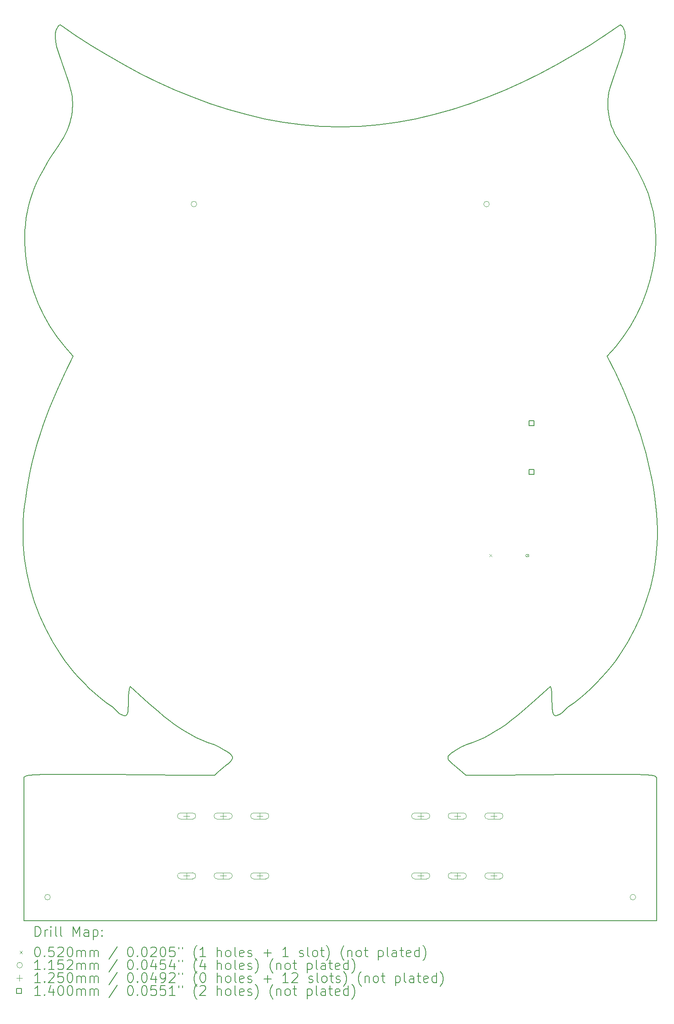
<source format=gbr>
%TF.GenerationSoftware,KiCad,Pcbnew,7.0.11-2.fc39*%
%TF.CreationDate,2024-06-12T21:07:43+01:00*%
%TF.ProjectId,msf-owl-clock,6d73662d-6f77-46c2-9d63-6c6f636b2e6b,0.1*%
%TF.SameCoordinates,Original*%
%TF.FileFunction,Drillmap*%
%TF.FilePolarity,Positive*%
%FSLAX45Y45*%
G04 Gerber Fmt 4.5, Leading zero omitted, Abs format (unit mm)*
G04 Created by KiCad (PCBNEW 7.0.11-2.fc39) date 2024-06-12 21:07:43*
%MOMM*%
%LPD*%
G01*
G04 APERTURE LIST*
%ADD10C,0.200000*%
%ADD11C,0.100000*%
%ADD12C,0.115200*%
%ADD13C,0.125000*%
%ADD14C,0.140000*%
G04 APERTURE END LIST*
D10*
X12244999Y-16415622D02*
X12232367Y-16400685D01*
X12222293Y-16386135D02*
X12214922Y-16371848D01*
X12341428Y-16500481D02*
X12296787Y-16464003D01*
X3846014Y-9722335D02*
X3907458Y-9538609D01*
X15536250Y-3317779D02*
X15522891Y-3267453D01*
X13621128Y-15487345D02*
X13723740Y-15402152D01*
X3626791Y-16703213D02*
X3645886Y-16700892D01*
X4353054Y-8464511D02*
X4525150Y-8117683D01*
X4059567Y-4046839D02*
X4114649Y-3963163D01*
X3574443Y-12560281D02*
X3527327Y-12260036D01*
X3840174Y-4434006D02*
X3904844Y-4318129D01*
X12223736Y-16299977D02*
X12235652Y-16284642D01*
X14351788Y-15385947D02*
X14361875Y-15428657D01*
X3788872Y-9907358D02*
X3846014Y-9722335D01*
X4488479Y-3215369D02*
X4497846Y-3161636D01*
X16038986Y-13707279D02*
X16164467Y-13431258D01*
X6616264Y-2664790D02*
X6975155Y-2811703D01*
X3513011Y-19679457D02*
X3513011Y-16803361D01*
X14338478Y-15074886D02*
X14340702Y-15143547D01*
X13737550Y-2505117D02*
X13383681Y-2664909D01*
X16425503Y-12560399D02*
X16472620Y-12260154D01*
X14345981Y-15334115D02*
X14351788Y-15385947D01*
X4509918Y-3048351D02*
X4512378Y-2988543D01*
X16153932Y-9722453D02*
X16092488Y-9538727D01*
X16038271Y-16686923D02*
X15942873Y-16685816D01*
X16373156Y-16703330D02*
X16354061Y-16701010D01*
X15646891Y-8464630D02*
X15474794Y-8117802D01*
X16499075Y-11957082D02*
X16504420Y-11804890D01*
X16095102Y-4318248D02*
X16046263Y-4223413D01*
X3688451Y-10281221D02*
X3736272Y-10093659D01*
X13896294Y-16695335D02*
X13281071Y-16698748D01*
X3814969Y-7046408D02*
X3720929Y-6805320D01*
X5208877Y-15217237D02*
X5087779Y-15123079D01*
X5661468Y-15074768D02*
X5659243Y-15143430D01*
X14880769Y-16688866D02*
X13896294Y-16695335D01*
X3500872Y-11956964D02*
X3495526Y-11804771D01*
X15732893Y-14230172D02*
X15894986Y-13974014D01*
X15495967Y-2795033D02*
X15509196Y-2711766D01*
X3926118Y-7280441D02*
X3814969Y-7046408D01*
X15645196Y-14353881D02*
X15732893Y-14230172D01*
X5503417Y-15455145D02*
X5476055Y-15436460D01*
X3641793Y-12856408D02*
X3574443Y-12560281D01*
X3736272Y-10093659D02*
X3788872Y-9907358D01*
X6103652Y-16695217D02*
X6718874Y-16698631D01*
X11920230Y-3166638D02*
X11543496Y-3253386D01*
X14472098Y-15468963D02*
X14496529Y-15455262D01*
X4196413Y-7721674D02*
X4053543Y-7506002D01*
X13024790Y-2811821D02*
X12661101Y-2944990D01*
X15808482Y-8817158D02*
X15646891Y-8464630D01*
X4446809Y-14474343D02*
X4354750Y-14353763D01*
X4421608Y-16685034D02*
X4737609Y-16686377D01*
X16423882Y-10851405D02*
X16391838Y-10660172D01*
X15838255Y-1503175D02*
X15832197Y-1465957D01*
X14429323Y-2150356D02*
X14086172Y-2333311D01*
X16388242Y-5039299D02*
X16354851Y-4915416D01*
X7338843Y-2944872D02*
X7707105Y-3063432D01*
X14325211Y-14941650D02*
X14333766Y-15006931D01*
X15803533Y-7721793D02*
X15946402Y-7506121D01*
X12296787Y-16464003D02*
X12260044Y-16431070D01*
X4970669Y-15024662D02*
X4857601Y-14922147D01*
X15775762Y-3799895D02*
X15723273Y-3718129D01*
X3546778Y-5416543D02*
X3562650Y-5289981D01*
X15490415Y-2862072D02*
X15495967Y-2795033D01*
X6590059Y-15650351D02*
X6483361Y-15570216D01*
X15713677Y-16684974D02*
X15578339Y-16685152D01*
X3720929Y-6805320D02*
X3644833Y-6558594D01*
X15494912Y-3106125D02*
X15490027Y-3048471D01*
X12235652Y-16284642D02*
X12251293Y-16268695D01*
X13723740Y-15402152D02*
X13924072Y-15227746D01*
X3805429Y-16690601D02*
X3878050Y-16688425D01*
X16467415Y-5798873D02*
X16468123Y-5671226D01*
X3580429Y-16711317D02*
X3594159Y-16708419D01*
X14387992Y-15471318D02*
X14400304Y-15478848D01*
X16437296Y-5290100D02*
X16415688Y-5164253D01*
X4353893Y-7926040D02*
X4196413Y-7721674D01*
X15531541Y-2620201D02*
X15561114Y-2521869D01*
X12292840Y-3063551D02*
X11920230Y-3166638D01*
X7707105Y-3063432D02*
X8079714Y-3166519D01*
X16121897Y-16688542D02*
X16038271Y-16686923D01*
X15808953Y-1399841D02*
X15791295Y-1371326D01*
X16479972Y-16742371D02*
X16476318Y-16737700D01*
X14333766Y-15006931D02*
X14338478Y-15074886D01*
X12251293Y-16268695D02*
X12270806Y-16252012D01*
X16486936Y-19679574D02*
X16486936Y-16803479D01*
X16461387Y-5926528D02*
X16467415Y-5798873D01*
X5630999Y-15445859D02*
X5622349Y-15460162D01*
X3781968Y-4551838D02*
X3840174Y-4434006D01*
X5622349Y-15460162D02*
X5611953Y-15471201D01*
X6810823Y-15799468D02*
X6699138Y-15726985D01*
X15474794Y-8117802D02*
X15646052Y-7926159D01*
X12583754Y-16077059D02*
X12711837Y-16035052D01*
X7789452Y-16329194D02*
X7784547Y-16314707D01*
X16211074Y-9907477D02*
X16153932Y-9722453D01*
X12836191Y-15985652D02*
X12957040Y-15929509D01*
X16484897Y-16752456D02*
X16482800Y-16747288D01*
X16391838Y-10660172D02*
X16354297Y-10470144D01*
X4857601Y-14922147D02*
X4748627Y-14815697D01*
X4525150Y-8117683D02*
X4353893Y-7926040D01*
X3557663Y-16717726D02*
X3568296Y-16714417D01*
X3576065Y-10851286D02*
X3608108Y-10660053D01*
X7424297Y-16701709D02*
X7488867Y-16641060D01*
X16472008Y-11195514D02*
X16450188Y-11043825D01*
X3611704Y-5039180D02*
X3645095Y-4915297D01*
X3531822Y-5671107D02*
X3536537Y-5543644D01*
X15832197Y-1465957D02*
X15822508Y-1431448D01*
X7776210Y-16299859D02*
X7764293Y-16284524D01*
X16482800Y-16747288D02*
X16479972Y-16742371D01*
X7791068Y-16343443D02*
X7789452Y-16329194D01*
X4497846Y-3161636D02*
X4505033Y-3106006D01*
X15834931Y-16685181D02*
X15713677Y-16684974D01*
X7729140Y-16251895D02*
X7705611Y-16234350D01*
X16486361Y-16757881D02*
X16484897Y-16752456D01*
X3495526Y-11804771D02*
X3495507Y-11652357D01*
X16270998Y-13147243D02*
X16358153Y-12856526D01*
X5638070Y-15428539D02*
X5630999Y-15445859D01*
X3513011Y-16803361D02*
X3512038Y-16775628D01*
X15994361Y-4133325D02*
X15940378Y-4046958D01*
X16431651Y-16714535D02*
X16419518Y-16711434D01*
X16046263Y-4223413D02*
X15994361Y-4133325D01*
X3527939Y-11195395D02*
X3549759Y-11043706D01*
X14496529Y-15455262D02*
X14523891Y-15436578D01*
X8456448Y-3253268D02*
X8837081Y-3322814D01*
X5568592Y-15482281D02*
X5549516Y-15477809D01*
X7042906Y-15929392D02*
X6925337Y-15867153D01*
X14450429Y-15477927D02*
X14472098Y-15468963D01*
X14791068Y-15217355D02*
X14912166Y-15123197D01*
X16419518Y-16711434D02*
X16405789Y-16708537D01*
X11543496Y-3253386D02*
X11162864Y-3322932D01*
X15356144Y-14705590D02*
X15456768Y-14591751D01*
X12214922Y-16371848D02*
X12210402Y-16357698D01*
X15596021Y-2418301D02*
X15751184Y-1982289D01*
X5233166Y-1956997D02*
X5570621Y-2150237D01*
X4326332Y-3634824D02*
X4372182Y-3549192D01*
X5648158Y-15385829D02*
X5638070Y-15428539D01*
X15561114Y-2521869D02*
X15596021Y-2418301D01*
X3644833Y-6558594D02*
X3587513Y-6307646D01*
X7748652Y-16268577D02*
X7729140Y-16251895D01*
X15940378Y-4046958D02*
X15885296Y-3963282D01*
X4167748Y-1465838D02*
X4177437Y-1431329D01*
X15751184Y-1982289D02*
X15784402Y-1875505D01*
X12661101Y-2944990D02*
X12292840Y-3063551D01*
X15791295Y-1371326D02*
X15769297Y-1346094D01*
X3500867Y-11499882D02*
X3511659Y-11347507D01*
X13300807Y-15727102D02*
X13409886Y-15650469D01*
X4901631Y-1754338D02*
X5233166Y-1956997D01*
X16354851Y-4915416D02*
X16315413Y-4792779D01*
X16471742Y-16733269D02*
X16466146Y-16729074D01*
X15098314Y-1754457D02*
X14766779Y-1957116D01*
X6925337Y-15867153D02*
X6810823Y-15799468D01*
X3730122Y-4671448D02*
X3781968Y-4551838D01*
X15946402Y-7506121D02*
X16073828Y-7280560D01*
X5656846Y-15275010D02*
X5653965Y-15333998D01*
X7609466Y-16175302D02*
X7522612Y-16129343D01*
X3961676Y-16686805D02*
X4057074Y-16685699D01*
X3878050Y-16688425D02*
X3961676Y-16686805D01*
X16488287Y-11347626D02*
X16472008Y-11195514D01*
X3533801Y-16728956D02*
X3540512Y-16724990D01*
X4188336Y-1772552D02*
X4169030Y-1675198D01*
X16476318Y-16737700D02*
X16471742Y-16733269D01*
X15723273Y-3718129D02*
X15673613Y-3634943D01*
X4393372Y-3505137D02*
X4413241Y-3460084D01*
X15490027Y-3048471D02*
X15487567Y-2988662D01*
X12270806Y-16252012D02*
X12294335Y-16234468D01*
X16073828Y-7280560D02*
X16184977Y-7046527D01*
X16332985Y-16698871D02*
X16309831Y-16696909D01*
X3743040Y-16693376D02*
X3805429Y-16690601D01*
X5688486Y-14880889D02*
X5674735Y-14941532D01*
X16092488Y-9538727D02*
X16026982Y-9356316D01*
X14523891Y-15436578D02*
X14554353Y-15412664D01*
X6718874Y-16698631D02*
X7424297Y-16701709D01*
X16355113Y-6558713D02*
X16412434Y-6307765D01*
X15627763Y-3549311D02*
X15606573Y-3505256D01*
X4413241Y-3460084D02*
X4431666Y-3413906D01*
X4503977Y-2794914D02*
X4490749Y-2711647D01*
X3523629Y-16737583D02*
X3528206Y-16733152D01*
X4543178Y-14591633D02*
X4446809Y-14474343D01*
X16450188Y-11043825D02*
X16423882Y-10851405D01*
X15840427Y-1584975D02*
X15840920Y-1542912D01*
X13924072Y-15227746D02*
X14311460Y-14881007D01*
X15673613Y-3634943D02*
X15627763Y-3549311D01*
X10390799Y-3406955D02*
X9999816Y-3419702D01*
X16415688Y-5164253D02*
X16388242Y-5039299D01*
X11162864Y-3322932D02*
X10778556Y-3374410D01*
X4159518Y-1584856D02*
X4159025Y-1542792D01*
X12957040Y-15929509D02*
X13074609Y-15867271D01*
X4748627Y-14815697D02*
X4643801Y-14705472D01*
X15769297Y-1346094D02*
X15742724Y-1324338D01*
X13189123Y-15799586D02*
X13300807Y-15727102D01*
X15742724Y-1324338D02*
X15423704Y-1543242D01*
X14912166Y-15123197D02*
X15029276Y-15024780D01*
X12215398Y-16314825D02*
X12223736Y-16299977D01*
X14588086Y-15383276D02*
X14666037Y-15307092D01*
X6262395Y-2504998D02*
X6616264Y-2664790D01*
X15487656Y-2926572D02*
X15490415Y-2862072D01*
X12390480Y-16175420D02*
X12477334Y-16129460D01*
X4576241Y-1543123D02*
X4901631Y-1754338D01*
X16412434Y-6307765D02*
X16450145Y-6054013D01*
X16451514Y-16721366D02*
X16442284Y-16717844D01*
X15957653Y-9175239D02*
X15808482Y-8817158D01*
X14766779Y-1957116D02*
X14429323Y-2150356D01*
X16390367Y-16705837D02*
X16373156Y-16703330D01*
X6378818Y-15487228D02*
X6276205Y-15402035D01*
X16256907Y-16693493D02*
X16194519Y-16690718D01*
X5585244Y-15482506D02*
X5568592Y-15482281D01*
X4190992Y-1399722D02*
X4208650Y-1371207D01*
X12294335Y-16234468D02*
X12322026Y-16215938D01*
X3960959Y-13707160D02*
X3835479Y-13431139D01*
X12449741Y-16588070D02*
X12341428Y-16500481D01*
X4372182Y-3549192D02*
X4393372Y-3505137D01*
X7739902Y-16430953D02*
X7754946Y-16415504D01*
X14368947Y-15445977D02*
X14377596Y-15460279D01*
X3645650Y-10470025D02*
X3688451Y-10281221D01*
X16459436Y-16725108D02*
X16451514Y-16721366D01*
X5119178Y-16688749D02*
X6103652Y-16695217D01*
X14414702Y-15482623D02*
X14431354Y-15482398D01*
X7658517Y-16500364D02*
X7703159Y-16463885D01*
X3645095Y-4915297D02*
X3684533Y-4792660D01*
X15840920Y-1542912D02*
X15838255Y-1503175D01*
X15822508Y-1431448D02*
X15808953Y-1399841D01*
X3527327Y-12260036D02*
X3500872Y-11956964D01*
X3835479Y-13431139D02*
X3728948Y-13147124D01*
X4509530Y-2861953D02*
X4503977Y-2794914D01*
X5666180Y-15006814D02*
X5661468Y-15074768D01*
X3972964Y-9356198D02*
X4042293Y-9175120D01*
X3549759Y-11043706D02*
X3576065Y-10851286D01*
X16311496Y-10281340D02*
X16263675Y-10093778D01*
X16184977Y-7046527D02*
X16279017Y-6805439D01*
X4114649Y-3963163D02*
X4224183Y-3799776D01*
X13516585Y-15570334D02*
X13621128Y-15487345D01*
X4208650Y-1371207D02*
X4230648Y-1345975D01*
X7784547Y-16314707D02*
X7776210Y-16299859D01*
X7705611Y-16234350D02*
X7677920Y-16215820D01*
X5674735Y-14941532D02*
X5666180Y-15006814D01*
X12711837Y-16035052D02*
X12836191Y-15985652D01*
X9989397Y-19679473D02*
X3513011Y-19679457D01*
X15606573Y-3505256D02*
X15586705Y-3460203D01*
X4177437Y-1431329D02*
X4190992Y-1399722D01*
X16405789Y-16708537D02*
X16390367Y-16705837D01*
X3519975Y-16742254D02*
X3523629Y-16737583D01*
X15502099Y-3161755D02*
X15494912Y-3106125D01*
X16269823Y-4671567D02*
X16217977Y-4551957D01*
X3513586Y-16757763D02*
X3515050Y-16752339D01*
X16487770Y-16769520D02*
X16487286Y-16763567D01*
X4438831Y-2521750D02*
X4403924Y-2418182D01*
X4230648Y-1345975D02*
X4257221Y-1324219D01*
X16194519Y-16690718D02*
X16121897Y-16688542D01*
X3584257Y-5164134D02*
X3611704Y-5039180D01*
X3608108Y-10660053D02*
X3645650Y-10470025D01*
X16450145Y-6054013D02*
X16461387Y-5926528D01*
X5333909Y-15306974D02*
X5208877Y-15217237D01*
X4737609Y-16686377D02*
X5119178Y-16688749D01*
X5527848Y-15468846D02*
X5503417Y-15455145D01*
X15885296Y-3963282D02*
X15775762Y-3799895D01*
X16358153Y-12856526D02*
X16425503Y-12560399D01*
X3690116Y-16696792D02*
X3743040Y-16693376D01*
X8837081Y-3322814D02*
X9221388Y-3374291D01*
X16504420Y-11804890D02*
X16504440Y-11652476D01*
X4286271Y-16684856D02*
X4421608Y-16685034D01*
X7416191Y-16076942D02*
X7288109Y-16034934D01*
X7789544Y-16357581D02*
X7791068Y-16343443D01*
X16315413Y-4792779D02*
X16269823Y-4671567D01*
X3568296Y-16714417D02*
X3580429Y-16711317D01*
X3953683Y-4223294D02*
X4005584Y-4133206D01*
X14431354Y-15482398D02*
X14450429Y-15477927D01*
X4448525Y-3366474D02*
X4463696Y-3317660D01*
X4512378Y-2988543D02*
X4512289Y-2926453D01*
X7677920Y-16215820D02*
X7609466Y-16175302D01*
X4248762Y-1982170D02*
X4215543Y-1875386D01*
X15511467Y-3215488D02*
X15502099Y-3161755D01*
X6699138Y-15726985D02*
X6590059Y-15650351D01*
X16499080Y-11500001D02*
X16488287Y-11347626D01*
X15578339Y-16685152D02*
X15262338Y-16686494D01*
X16442284Y-16717844D02*
X16431651Y-16714535D01*
X16354297Y-10470144D02*
X16311496Y-10281340D01*
X16279017Y-6805439D02*
X16355113Y-6558713D01*
X4191463Y-8817039D02*
X4353054Y-8464511D01*
X6975155Y-2811703D02*
X7338843Y-2944872D01*
X4159025Y-1542792D02*
X4161690Y-1503056D01*
X12511079Y-16641178D02*
X12449741Y-16588070D01*
X4490749Y-2711647D02*
X4468403Y-2620082D01*
X16472620Y-12260154D02*
X16499075Y-11957082D01*
X8079714Y-3166519D02*
X8456448Y-3253268D01*
X15456768Y-14591751D02*
X15553136Y-14474461D01*
X5913772Y-2333192D02*
X6262395Y-2504998D01*
X12575648Y-16701826D02*
X12511079Y-16641178D01*
X16487286Y-16763567D02*
X16486361Y-16757881D01*
X4403924Y-2418182D02*
X4248762Y-1982170D01*
X4431666Y-3413906D02*
X4448525Y-3366474D01*
X7764293Y-16284524D02*
X7748652Y-16268577D01*
X15029276Y-15024780D02*
X15142345Y-14922265D01*
X12210402Y-16357698D02*
X12208877Y-16343561D01*
X3540512Y-16724990D02*
X3548434Y-16721249D01*
X4468403Y-2620082D02*
X4438831Y-2521750D01*
X3609580Y-16705720D02*
X3626791Y-16703213D01*
X5549516Y-15477809D02*
X5527848Y-15468846D01*
X16263675Y-10093778D02*
X16211074Y-9907477D01*
X4257221Y-1324219D02*
X4576241Y-1543123D01*
X3645886Y-16700892D02*
X3666962Y-16698754D01*
X3495507Y-11652357D02*
X3500867Y-11499882D01*
X15784402Y-1875505D02*
X15811609Y-1772671D01*
X3512177Y-16769402D02*
X3512661Y-16763449D01*
X9221388Y-3374291D02*
X9609145Y-3406836D01*
X3549801Y-6053894D02*
X3538559Y-5926409D01*
X5570621Y-2150237D02*
X5913772Y-2333192D01*
X16504440Y-11652476D02*
X16499080Y-11500001D01*
X13074609Y-15867271D02*
X13189123Y-15799586D01*
X4053543Y-7506002D02*
X3926118Y-7280441D01*
X16487909Y-16775745D02*
X16487770Y-16769520D01*
X12210494Y-16329311D02*
X12215398Y-16314825D01*
X4477054Y-3267334D02*
X4488479Y-3215369D01*
X3904844Y-4318129D02*
X3953683Y-4223294D01*
X14343100Y-15275128D02*
X14345981Y-15334115D01*
X7754946Y-16415504D02*
X7767579Y-16400567D01*
X15487567Y-2988662D02*
X15487656Y-2926572D01*
X12477334Y-16129460D02*
X12583754Y-16077059D01*
X15568279Y-3414025D02*
X15551420Y-3366593D01*
X14377596Y-15460279D02*
X14387992Y-15471318D01*
X15586705Y-3460203D02*
X15568279Y-3414025D01*
X7163755Y-15985535D02*
X7042906Y-15929392D01*
X3907458Y-9538609D02*
X3972964Y-9356198D01*
X15423704Y-1543242D02*
X15098314Y-1754457D01*
X14554353Y-15412664D02*
X14588086Y-15383276D01*
X4042293Y-9175120D02*
X4191463Y-8817039D01*
X16309831Y-16696909D02*
X16256907Y-16693493D01*
X14400304Y-15478848D02*
X14414702Y-15482623D01*
X4354750Y-14353763D02*
X4267053Y-14230054D01*
X4267053Y-14230054D02*
X4104960Y-13973896D01*
X14361875Y-15428657D02*
X14368947Y-15445977D01*
X12260044Y-16431070D02*
X12244999Y-16415622D01*
X16463409Y-5543763D02*
X16453168Y-5416662D01*
X3512038Y-16775628D02*
X3512177Y-16769402D01*
X3666962Y-16698754D02*
X3690116Y-16696792D01*
X5087779Y-15123079D02*
X4970669Y-15024662D01*
X3528206Y-16733152D02*
X3533801Y-16728956D01*
X12322026Y-16215938D02*
X12390480Y-16175420D01*
X3594159Y-16708419D02*
X3609580Y-16705720D01*
X6075873Y-15227629D02*
X5688486Y-14880889D01*
X3562650Y-5289981D02*
X3584257Y-5164134D01*
X7550204Y-16587953D02*
X7658517Y-16500364D01*
X5659243Y-15143430D02*
X5656846Y-15275010D01*
X3532531Y-5798754D02*
X3531822Y-5671107D01*
X14666037Y-15307092D02*
X14791068Y-15217355D01*
X16026982Y-9356316D02*
X15957653Y-9175239D01*
X15646052Y-7926159D02*
X15803533Y-7721793D01*
X16466146Y-16729074D02*
X16459436Y-16725108D01*
X3536537Y-5543644D02*
X3546778Y-5416543D01*
X4057074Y-16685699D02*
X4165016Y-16685063D01*
X4104960Y-13973896D02*
X3960959Y-13707160D01*
X4169030Y-1675198D02*
X4159518Y-1584856D01*
X4463696Y-3317660D02*
X4477054Y-3267334D01*
X15942873Y-16685816D02*
X15834931Y-16685181D01*
X10778556Y-3374410D02*
X10390799Y-3406955D01*
X6276205Y-15402035D02*
X6075873Y-15227629D01*
X3511659Y-11347507D02*
X3527939Y-11195395D01*
X3728948Y-13147124D02*
X3641793Y-12856408D01*
X6483361Y-15570216D02*
X6378818Y-15487228D01*
X9609145Y-3406836D02*
X10000128Y-3419584D01*
X5411860Y-15383158D02*
X5333909Y-15306974D01*
X5476055Y-15436460D02*
X5445592Y-15412547D01*
X4505033Y-3106006D02*
X4509918Y-3048351D01*
X16164467Y-13431258D02*
X16270998Y-13147243D01*
X13409886Y-15650469D02*
X13516585Y-15570334D01*
X5611953Y-15471201D02*
X5599641Y-15478731D01*
X3587513Y-6307646D02*
X3549801Y-6053894D01*
X4512289Y-2926453D02*
X4509530Y-2861953D01*
X7522612Y-16129343D02*
X7416191Y-16076942D01*
X7777653Y-16386018D02*
X7785023Y-16371731D01*
X12232367Y-16400685D02*
X12222293Y-16386135D01*
X3517147Y-16747171D02*
X3519975Y-16742254D01*
X16217977Y-4551957D02*
X16159772Y-4434125D01*
X15522891Y-3267453D02*
X15511467Y-3215488D01*
X3512661Y-16763449D02*
X3513586Y-16757763D01*
X15262338Y-16686494D02*
X14880769Y-16688866D01*
X16453168Y-5416662D02*
X16437296Y-5290100D01*
X3684533Y-4792660D02*
X3730122Y-4671448D01*
X7488867Y-16641060D02*
X7550204Y-16587953D01*
X16486936Y-16803479D02*
X16487909Y-16775745D01*
X5445592Y-15412547D02*
X5411860Y-15383158D01*
X7767579Y-16400567D02*
X7777653Y-16386018D01*
X15551420Y-3366593D02*
X15536250Y-3317779D01*
X5599641Y-15478731D02*
X5585244Y-15482506D01*
X4161690Y-1503056D02*
X4167748Y-1465838D01*
X13281071Y-16698748D02*
X12575648Y-16701826D01*
X4276672Y-3718010D02*
X4326332Y-3634824D01*
X7288109Y-16034934D02*
X7163755Y-15985535D01*
X16159772Y-4434125D02*
X16095102Y-4318248D01*
X4005584Y-4133206D02*
X4059567Y-4046839D01*
X14340702Y-15143547D02*
X14343100Y-15275128D01*
X16468123Y-5671226D02*
X16463409Y-5543763D01*
X7703159Y-16463885D02*
X7739902Y-16430953D01*
X12208877Y-16343561D02*
X12210494Y-16329311D01*
X5653965Y-15333998D02*
X5648158Y-15385829D01*
X15509196Y-2711766D02*
X15531541Y-2620201D01*
X15830915Y-1675317D02*
X15840427Y-1584975D01*
X4215543Y-1875386D02*
X4188336Y-1772552D01*
X7785023Y-16371731D02*
X7789544Y-16357581D01*
X4165016Y-16685063D02*
X4286271Y-16684856D01*
X15894986Y-13974014D02*
X16038986Y-13707279D01*
X16354061Y-16701010D02*
X16332985Y-16698871D01*
X13383681Y-2664909D02*
X13024790Y-2811821D01*
X3538559Y-5926409D02*
X3532531Y-5798754D01*
X15142345Y-14922265D02*
X15251319Y-14815815D01*
X15251319Y-14815815D02*
X15356144Y-14705590D01*
X9989397Y-19679473D02*
X16486936Y-19679574D01*
X14086172Y-2333311D02*
X13737550Y-2505117D01*
X15553136Y-14474461D02*
X15645196Y-14353881D01*
X3515050Y-16752339D02*
X3517147Y-16747171D01*
X4224183Y-3799776D02*
X4276672Y-3718010D01*
X14311460Y-14881007D02*
X14325211Y-14941650D01*
X15811609Y-1772671D02*
X15830915Y-1675317D01*
X3548434Y-16721249D02*
X3557663Y-16717726D01*
X4643801Y-14705472D02*
X4543178Y-14591633D01*
D11*
X13059000Y-12174000D02*
X13111000Y-12226000D01*
X13111000Y-12174000D02*
X13059000Y-12226000D01*
X13809000Y-12174000D02*
X13861000Y-12226000D01*
X13861000Y-12174000D02*
X13809000Y-12226000D01*
X13825000Y-12226000D02*
X13845000Y-12226000D01*
X13845000Y-12226000D02*
G75*
G03*
X13845000Y-12174000I0J26000D01*
G01*
X13845000Y-12174000D02*
X13825000Y-12174000D01*
X13825000Y-12174000D02*
G75*
G03*
X13825000Y-12226000I0J-26000D01*
G01*
D12*
X4057600Y-19200000D02*
G75*
G03*
X3942400Y-19200000I-57600J0D01*
G01*
X3942400Y-19200000D02*
G75*
G03*
X4057600Y-19200000I57600J0D01*
G01*
X7057600Y-5000000D02*
G75*
G03*
X6942400Y-5000000I-57600J0D01*
G01*
X6942400Y-5000000D02*
G75*
G03*
X7057600Y-5000000I57600J0D01*
G01*
X13057600Y-5000000D02*
G75*
G03*
X12942400Y-5000000I-57600J0D01*
G01*
X12942400Y-5000000D02*
G75*
G03*
X13057600Y-5000000I57600J0D01*
G01*
X16057600Y-19200000D02*
G75*
G03*
X15942400Y-19200000I-57600J0D01*
G01*
X15942400Y-19200000D02*
G75*
G03*
X16057600Y-19200000I57600J0D01*
G01*
D13*
X6850000Y-17475000D02*
X6850000Y-17600000D01*
X6787500Y-17537500D02*
X6912500Y-17537500D01*
D11*
X6725000Y-17600000D02*
X6975000Y-17600000D01*
X6975000Y-17600000D02*
G75*
G03*
X6975000Y-17475000I0J62500D01*
G01*
X6975000Y-17475000D02*
X6725000Y-17475000D01*
X6725000Y-17475000D02*
G75*
G03*
X6725000Y-17600000I0J-62500D01*
G01*
D13*
X6850000Y-18700000D02*
X6850000Y-18825000D01*
X6787500Y-18762500D02*
X6912500Y-18762500D01*
D11*
X6725000Y-18825000D02*
X6975000Y-18825000D01*
X6975000Y-18825000D02*
G75*
G03*
X6975000Y-18700000I0J62500D01*
G01*
X6975000Y-18700000D02*
X6725000Y-18700000D01*
X6725000Y-18700000D02*
G75*
G03*
X6725000Y-18825000I0J-62500D01*
G01*
D13*
X7600000Y-17475000D02*
X7600000Y-17600000D01*
X7537500Y-17537500D02*
X7662500Y-17537500D01*
D11*
X7475000Y-17600000D02*
X7725000Y-17600000D01*
X7725000Y-17600000D02*
G75*
G03*
X7725000Y-17475000I0J62500D01*
G01*
X7725000Y-17475000D02*
X7475000Y-17475000D01*
X7475000Y-17475000D02*
G75*
G03*
X7475000Y-17600000I0J-62500D01*
G01*
D13*
X7600000Y-18700000D02*
X7600000Y-18825000D01*
X7537500Y-18762500D02*
X7662500Y-18762500D01*
D11*
X7475000Y-18825000D02*
X7725000Y-18825000D01*
X7725000Y-18825000D02*
G75*
G03*
X7725000Y-18700000I0J62500D01*
G01*
X7725000Y-18700000D02*
X7475000Y-18700000D01*
X7475000Y-18700000D02*
G75*
G03*
X7475000Y-18825000I0J-62500D01*
G01*
D13*
X8350000Y-17475000D02*
X8350000Y-17600000D01*
X8287500Y-17537500D02*
X8412500Y-17537500D01*
D11*
X8225000Y-17600000D02*
X8475000Y-17600000D01*
X8475000Y-17600000D02*
G75*
G03*
X8475000Y-17475000I0J62500D01*
G01*
X8475000Y-17475000D02*
X8225000Y-17475000D01*
X8225000Y-17475000D02*
G75*
G03*
X8225000Y-17600000I0J-62500D01*
G01*
D13*
X8350000Y-18700000D02*
X8350000Y-18825000D01*
X8287500Y-18762500D02*
X8412500Y-18762500D01*
D11*
X8225000Y-18825000D02*
X8475000Y-18825000D01*
X8475000Y-18825000D02*
G75*
G03*
X8475000Y-18700000I0J62500D01*
G01*
X8475000Y-18700000D02*
X8225000Y-18700000D01*
X8225000Y-18700000D02*
G75*
G03*
X8225000Y-18825000I0J-62500D01*
G01*
D13*
X11650000Y-17475000D02*
X11650000Y-17600000D01*
X11587500Y-17537500D02*
X11712500Y-17537500D01*
D11*
X11525000Y-17600000D02*
X11775000Y-17600000D01*
X11775000Y-17600000D02*
G75*
G03*
X11775000Y-17475000I0J62500D01*
G01*
X11775000Y-17475000D02*
X11525000Y-17475000D01*
X11525000Y-17475000D02*
G75*
G03*
X11525000Y-17600000I0J-62500D01*
G01*
D13*
X11650000Y-18700000D02*
X11650000Y-18825000D01*
X11587500Y-18762500D02*
X11712500Y-18762500D01*
D11*
X11525000Y-18825000D02*
X11775000Y-18825000D01*
X11775000Y-18825000D02*
G75*
G03*
X11775000Y-18700000I0J62500D01*
G01*
X11775000Y-18700000D02*
X11525000Y-18700000D01*
X11525000Y-18700000D02*
G75*
G03*
X11525000Y-18825000I0J-62500D01*
G01*
D13*
X12400000Y-17475000D02*
X12400000Y-17600000D01*
X12337500Y-17537500D02*
X12462500Y-17537500D01*
D11*
X12275000Y-17600000D02*
X12525000Y-17600000D01*
X12525000Y-17600000D02*
G75*
G03*
X12525000Y-17475000I0J62500D01*
G01*
X12525000Y-17475000D02*
X12275000Y-17475000D01*
X12275000Y-17475000D02*
G75*
G03*
X12275000Y-17600000I0J-62500D01*
G01*
D13*
X12400000Y-18700000D02*
X12400000Y-18825000D01*
X12337500Y-18762500D02*
X12462500Y-18762500D01*
D11*
X12275000Y-18825000D02*
X12525000Y-18825000D01*
X12525000Y-18825000D02*
G75*
G03*
X12525000Y-18700000I0J62500D01*
G01*
X12525000Y-18700000D02*
X12275000Y-18700000D01*
X12275000Y-18700000D02*
G75*
G03*
X12275000Y-18825000I0J-62500D01*
G01*
D13*
X13150000Y-17475000D02*
X13150000Y-17600000D01*
X13087500Y-17537500D02*
X13212500Y-17537500D01*
D11*
X13025000Y-17600000D02*
X13275000Y-17600000D01*
X13275000Y-17600000D02*
G75*
G03*
X13275000Y-17475000I0J62500D01*
G01*
X13275000Y-17475000D02*
X13025000Y-17475000D01*
X13025000Y-17475000D02*
G75*
G03*
X13025000Y-17600000I0J-62500D01*
G01*
D13*
X13150000Y-18700000D02*
X13150000Y-18825000D01*
X13087500Y-18762500D02*
X13212500Y-18762500D01*
D11*
X13025000Y-18825000D02*
X13275000Y-18825000D01*
X13275000Y-18825000D02*
G75*
G03*
X13275000Y-18700000I0J62500D01*
G01*
X13275000Y-18700000D02*
X13025000Y-18700000D01*
X13025000Y-18700000D02*
G75*
G03*
X13025000Y-18825000I0J-62500D01*
G01*
D14*
X13970498Y-9539498D02*
X13970498Y-9440502D01*
X13871502Y-9440502D01*
X13871502Y-9539498D01*
X13970498Y-9539498D01*
X13970498Y-10539498D02*
X13970498Y-10440502D01*
X13871502Y-10440502D01*
X13871502Y-10539498D01*
X13970498Y-10539498D01*
D10*
X3746283Y-20001058D02*
X3746283Y-19801058D01*
X3746283Y-19801058D02*
X3793902Y-19801058D01*
X3793902Y-19801058D02*
X3822474Y-19810582D01*
X3822474Y-19810582D02*
X3841522Y-19829629D01*
X3841522Y-19829629D02*
X3851045Y-19848677D01*
X3851045Y-19848677D02*
X3860569Y-19886772D01*
X3860569Y-19886772D02*
X3860569Y-19915344D01*
X3860569Y-19915344D02*
X3851045Y-19953439D01*
X3851045Y-19953439D02*
X3841522Y-19972487D01*
X3841522Y-19972487D02*
X3822474Y-19991534D01*
X3822474Y-19991534D02*
X3793902Y-20001058D01*
X3793902Y-20001058D02*
X3746283Y-20001058D01*
X3946283Y-20001058D02*
X3946283Y-19867725D01*
X3946283Y-19905820D02*
X3955807Y-19886772D01*
X3955807Y-19886772D02*
X3965331Y-19877248D01*
X3965331Y-19877248D02*
X3984379Y-19867725D01*
X3984379Y-19867725D02*
X4003426Y-19867725D01*
X4070093Y-20001058D02*
X4070093Y-19867725D01*
X4070093Y-19801058D02*
X4060569Y-19810582D01*
X4060569Y-19810582D02*
X4070093Y-19820106D01*
X4070093Y-19820106D02*
X4079617Y-19810582D01*
X4079617Y-19810582D02*
X4070093Y-19801058D01*
X4070093Y-19801058D02*
X4070093Y-19820106D01*
X4193902Y-20001058D02*
X4174855Y-19991534D01*
X4174855Y-19991534D02*
X4165331Y-19972487D01*
X4165331Y-19972487D02*
X4165331Y-19801058D01*
X4298664Y-20001058D02*
X4279617Y-19991534D01*
X4279617Y-19991534D02*
X4270093Y-19972487D01*
X4270093Y-19972487D02*
X4270093Y-19801058D01*
X4527236Y-20001058D02*
X4527236Y-19801058D01*
X4527236Y-19801058D02*
X4593903Y-19943915D01*
X4593903Y-19943915D02*
X4660569Y-19801058D01*
X4660569Y-19801058D02*
X4660569Y-20001058D01*
X4841522Y-20001058D02*
X4841522Y-19896296D01*
X4841522Y-19896296D02*
X4831998Y-19877248D01*
X4831998Y-19877248D02*
X4812950Y-19867725D01*
X4812950Y-19867725D02*
X4774855Y-19867725D01*
X4774855Y-19867725D02*
X4755807Y-19877248D01*
X4841522Y-19991534D02*
X4822474Y-20001058D01*
X4822474Y-20001058D02*
X4774855Y-20001058D01*
X4774855Y-20001058D02*
X4755807Y-19991534D01*
X4755807Y-19991534D02*
X4746284Y-19972487D01*
X4746284Y-19972487D02*
X4746284Y-19953439D01*
X4746284Y-19953439D02*
X4755807Y-19934391D01*
X4755807Y-19934391D02*
X4774855Y-19924868D01*
X4774855Y-19924868D02*
X4822474Y-19924868D01*
X4822474Y-19924868D02*
X4841522Y-19915344D01*
X4936760Y-19867725D02*
X4936760Y-20067725D01*
X4936760Y-19877248D02*
X4955807Y-19867725D01*
X4955807Y-19867725D02*
X4993903Y-19867725D01*
X4993903Y-19867725D02*
X5012950Y-19877248D01*
X5012950Y-19877248D02*
X5022474Y-19886772D01*
X5022474Y-19886772D02*
X5031998Y-19905820D01*
X5031998Y-19905820D02*
X5031998Y-19962963D01*
X5031998Y-19962963D02*
X5022474Y-19982010D01*
X5022474Y-19982010D02*
X5012950Y-19991534D01*
X5012950Y-19991534D02*
X4993903Y-20001058D01*
X4993903Y-20001058D02*
X4955807Y-20001058D01*
X4955807Y-20001058D02*
X4936760Y-19991534D01*
X5117712Y-19982010D02*
X5127236Y-19991534D01*
X5127236Y-19991534D02*
X5117712Y-20001058D01*
X5117712Y-20001058D02*
X5108188Y-19991534D01*
X5108188Y-19991534D02*
X5117712Y-19982010D01*
X5117712Y-19982010D02*
X5117712Y-20001058D01*
X5117712Y-19877248D02*
X5127236Y-19886772D01*
X5127236Y-19886772D02*
X5117712Y-19896296D01*
X5117712Y-19896296D02*
X5108188Y-19886772D01*
X5108188Y-19886772D02*
X5117712Y-19877248D01*
X5117712Y-19877248D02*
X5117712Y-19896296D01*
D11*
X3433507Y-20303574D02*
X3485507Y-20355574D01*
X3485507Y-20303574D02*
X3433507Y-20355574D01*
D10*
X3784379Y-20221058D02*
X3803426Y-20221058D01*
X3803426Y-20221058D02*
X3822474Y-20230582D01*
X3822474Y-20230582D02*
X3831998Y-20240106D01*
X3831998Y-20240106D02*
X3841522Y-20259153D01*
X3841522Y-20259153D02*
X3851045Y-20297248D01*
X3851045Y-20297248D02*
X3851045Y-20344868D01*
X3851045Y-20344868D02*
X3841522Y-20382963D01*
X3841522Y-20382963D02*
X3831998Y-20402010D01*
X3831998Y-20402010D02*
X3822474Y-20411534D01*
X3822474Y-20411534D02*
X3803426Y-20421058D01*
X3803426Y-20421058D02*
X3784379Y-20421058D01*
X3784379Y-20421058D02*
X3765331Y-20411534D01*
X3765331Y-20411534D02*
X3755807Y-20402010D01*
X3755807Y-20402010D02*
X3746283Y-20382963D01*
X3746283Y-20382963D02*
X3736760Y-20344868D01*
X3736760Y-20344868D02*
X3736760Y-20297248D01*
X3736760Y-20297248D02*
X3746283Y-20259153D01*
X3746283Y-20259153D02*
X3755807Y-20240106D01*
X3755807Y-20240106D02*
X3765331Y-20230582D01*
X3765331Y-20230582D02*
X3784379Y-20221058D01*
X3936760Y-20402010D02*
X3946283Y-20411534D01*
X3946283Y-20411534D02*
X3936760Y-20421058D01*
X3936760Y-20421058D02*
X3927236Y-20411534D01*
X3927236Y-20411534D02*
X3936760Y-20402010D01*
X3936760Y-20402010D02*
X3936760Y-20421058D01*
X4127236Y-20221058D02*
X4031998Y-20221058D01*
X4031998Y-20221058D02*
X4022474Y-20316296D01*
X4022474Y-20316296D02*
X4031998Y-20306772D01*
X4031998Y-20306772D02*
X4051045Y-20297248D01*
X4051045Y-20297248D02*
X4098664Y-20297248D01*
X4098664Y-20297248D02*
X4117712Y-20306772D01*
X4117712Y-20306772D02*
X4127236Y-20316296D01*
X4127236Y-20316296D02*
X4136760Y-20335344D01*
X4136760Y-20335344D02*
X4136760Y-20382963D01*
X4136760Y-20382963D02*
X4127236Y-20402010D01*
X4127236Y-20402010D02*
X4117712Y-20411534D01*
X4117712Y-20411534D02*
X4098664Y-20421058D01*
X4098664Y-20421058D02*
X4051045Y-20421058D01*
X4051045Y-20421058D02*
X4031998Y-20411534D01*
X4031998Y-20411534D02*
X4022474Y-20402010D01*
X4212950Y-20240106D02*
X4222474Y-20230582D01*
X4222474Y-20230582D02*
X4241522Y-20221058D01*
X4241522Y-20221058D02*
X4289141Y-20221058D01*
X4289141Y-20221058D02*
X4308188Y-20230582D01*
X4308188Y-20230582D02*
X4317712Y-20240106D01*
X4317712Y-20240106D02*
X4327236Y-20259153D01*
X4327236Y-20259153D02*
X4327236Y-20278201D01*
X4327236Y-20278201D02*
X4317712Y-20306772D01*
X4317712Y-20306772D02*
X4203426Y-20421058D01*
X4203426Y-20421058D02*
X4327236Y-20421058D01*
X4451045Y-20221058D02*
X4470093Y-20221058D01*
X4470093Y-20221058D02*
X4489141Y-20230582D01*
X4489141Y-20230582D02*
X4498665Y-20240106D01*
X4498665Y-20240106D02*
X4508188Y-20259153D01*
X4508188Y-20259153D02*
X4517712Y-20297248D01*
X4517712Y-20297248D02*
X4517712Y-20344868D01*
X4517712Y-20344868D02*
X4508188Y-20382963D01*
X4508188Y-20382963D02*
X4498665Y-20402010D01*
X4498665Y-20402010D02*
X4489141Y-20411534D01*
X4489141Y-20411534D02*
X4470093Y-20421058D01*
X4470093Y-20421058D02*
X4451045Y-20421058D01*
X4451045Y-20421058D02*
X4431998Y-20411534D01*
X4431998Y-20411534D02*
X4422474Y-20402010D01*
X4422474Y-20402010D02*
X4412950Y-20382963D01*
X4412950Y-20382963D02*
X4403426Y-20344868D01*
X4403426Y-20344868D02*
X4403426Y-20297248D01*
X4403426Y-20297248D02*
X4412950Y-20259153D01*
X4412950Y-20259153D02*
X4422474Y-20240106D01*
X4422474Y-20240106D02*
X4431998Y-20230582D01*
X4431998Y-20230582D02*
X4451045Y-20221058D01*
X4603426Y-20421058D02*
X4603426Y-20287725D01*
X4603426Y-20306772D02*
X4612950Y-20297248D01*
X4612950Y-20297248D02*
X4631998Y-20287725D01*
X4631998Y-20287725D02*
X4660569Y-20287725D01*
X4660569Y-20287725D02*
X4679617Y-20297248D01*
X4679617Y-20297248D02*
X4689141Y-20316296D01*
X4689141Y-20316296D02*
X4689141Y-20421058D01*
X4689141Y-20316296D02*
X4698665Y-20297248D01*
X4698665Y-20297248D02*
X4717712Y-20287725D01*
X4717712Y-20287725D02*
X4746284Y-20287725D01*
X4746284Y-20287725D02*
X4765331Y-20297248D01*
X4765331Y-20297248D02*
X4774855Y-20316296D01*
X4774855Y-20316296D02*
X4774855Y-20421058D01*
X4870093Y-20421058D02*
X4870093Y-20287725D01*
X4870093Y-20306772D02*
X4879617Y-20297248D01*
X4879617Y-20297248D02*
X4898665Y-20287725D01*
X4898665Y-20287725D02*
X4927236Y-20287725D01*
X4927236Y-20287725D02*
X4946284Y-20297248D01*
X4946284Y-20297248D02*
X4955807Y-20316296D01*
X4955807Y-20316296D02*
X4955807Y-20421058D01*
X4955807Y-20316296D02*
X4965331Y-20297248D01*
X4965331Y-20297248D02*
X4984379Y-20287725D01*
X4984379Y-20287725D02*
X5012950Y-20287725D01*
X5012950Y-20287725D02*
X5031998Y-20297248D01*
X5031998Y-20297248D02*
X5041522Y-20316296D01*
X5041522Y-20316296D02*
X5041522Y-20421058D01*
X5431998Y-20211534D02*
X5260569Y-20468677D01*
X5689141Y-20221058D02*
X5708188Y-20221058D01*
X5708188Y-20221058D02*
X5727236Y-20230582D01*
X5727236Y-20230582D02*
X5736760Y-20240106D01*
X5736760Y-20240106D02*
X5746284Y-20259153D01*
X5746284Y-20259153D02*
X5755807Y-20297248D01*
X5755807Y-20297248D02*
X5755807Y-20344868D01*
X5755807Y-20344868D02*
X5746284Y-20382963D01*
X5746284Y-20382963D02*
X5736760Y-20402010D01*
X5736760Y-20402010D02*
X5727236Y-20411534D01*
X5727236Y-20411534D02*
X5708188Y-20421058D01*
X5708188Y-20421058D02*
X5689141Y-20421058D01*
X5689141Y-20421058D02*
X5670093Y-20411534D01*
X5670093Y-20411534D02*
X5660569Y-20402010D01*
X5660569Y-20402010D02*
X5651046Y-20382963D01*
X5651046Y-20382963D02*
X5641522Y-20344868D01*
X5641522Y-20344868D02*
X5641522Y-20297248D01*
X5641522Y-20297248D02*
X5651046Y-20259153D01*
X5651046Y-20259153D02*
X5660569Y-20240106D01*
X5660569Y-20240106D02*
X5670093Y-20230582D01*
X5670093Y-20230582D02*
X5689141Y-20221058D01*
X5841522Y-20402010D02*
X5851046Y-20411534D01*
X5851046Y-20411534D02*
X5841522Y-20421058D01*
X5841522Y-20421058D02*
X5831998Y-20411534D01*
X5831998Y-20411534D02*
X5841522Y-20402010D01*
X5841522Y-20402010D02*
X5841522Y-20421058D01*
X5974855Y-20221058D02*
X5993903Y-20221058D01*
X5993903Y-20221058D02*
X6012950Y-20230582D01*
X6012950Y-20230582D02*
X6022474Y-20240106D01*
X6022474Y-20240106D02*
X6031998Y-20259153D01*
X6031998Y-20259153D02*
X6041522Y-20297248D01*
X6041522Y-20297248D02*
X6041522Y-20344868D01*
X6041522Y-20344868D02*
X6031998Y-20382963D01*
X6031998Y-20382963D02*
X6022474Y-20402010D01*
X6022474Y-20402010D02*
X6012950Y-20411534D01*
X6012950Y-20411534D02*
X5993903Y-20421058D01*
X5993903Y-20421058D02*
X5974855Y-20421058D01*
X5974855Y-20421058D02*
X5955807Y-20411534D01*
X5955807Y-20411534D02*
X5946284Y-20402010D01*
X5946284Y-20402010D02*
X5936760Y-20382963D01*
X5936760Y-20382963D02*
X5927236Y-20344868D01*
X5927236Y-20344868D02*
X5927236Y-20297248D01*
X5927236Y-20297248D02*
X5936760Y-20259153D01*
X5936760Y-20259153D02*
X5946284Y-20240106D01*
X5946284Y-20240106D02*
X5955807Y-20230582D01*
X5955807Y-20230582D02*
X5974855Y-20221058D01*
X6117712Y-20240106D02*
X6127236Y-20230582D01*
X6127236Y-20230582D02*
X6146284Y-20221058D01*
X6146284Y-20221058D02*
X6193903Y-20221058D01*
X6193903Y-20221058D02*
X6212950Y-20230582D01*
X6212950Y-20230582D02*
X6222474Y-20240106D01*
X6222474Y-20240106D02*
X6231998Y-20259153D01*
X6231998Y-20259153D02*
X6231998Y-20278201D01*
X6231998Y-20278201D02*
X6222474Y-20306772D01*
X6222474Y-20306772D02*
X6108188Y-20421058D01*
X6108188Y-20421058D02*
X6231998Y-20421058D01*
X6355807Y-20221058D02*
X6374855Y-20221058D01*
X6374855Y-20221058D02*
X6393903Y-20230582D01*
X6393903Y-20230582D02*
X6403427Y-20240106D01*
X6403427Y-20240106D02*
X6412950Y-20259153D01*
X6412950Y-20259153D02*
X6422474Y-20297248D01*
X6422474Y-20297248D02*
X6422474Y-20344868D01*
X6422474Y-20344868D02*
X6412950Y-20382963D01*
X6412950Y-20382963D02*
X6403427Y-20402010D01*
X6403427Y-20402010D02*
X6393903Y-20411534D01*
X6393903Y-20411534D02*
X6374855Y-20421058D01*
X6374855Y-20421058D02*
X6355807Y-20421058D01*
X6355807Y-20421058D02*
X6336760Y-20411534D01*
X6336760Y-20411534D02*
X6327236Y-20402010D01*
X6327236Y-20402010D02*
X6317712Y-20382963D01*
X6317712Y-20382963D02*
X6308188Y-20344868D01*
X6308188Y-20344868D02*
X6308188Y-20297248D01*
X6308188Y-20297248D02*
X6317712Y-20259153D01*
X6317712Y-20259153D02*
X6327236Y-20240106D01*
X6327236Y-20240106D02*
X6336760Y-20230582D01*
X6336760Y-20230582D02*
X6355807Y-20221058D01*
X6603427Y-20221058D02*
X6508188Y-20221058D01*
X6508188Y-20221058D02*
X6498665Y-20316296D01*
X6498665Y-20316296D02*
X6508188Y-20306772D01*
X6508188Y-20306772D02*
X6527236Y-20297248D01*
X6527236Y-20297248D02*
X6574855Y-20297248D01*
X6574855Y-20297248D02*
X6593903Y-20306772D01*
X6593903Y-20306772D02*
X6603427Y-20316296D01*
X6603427Y-20316296D02*
X6612950Y-20335344D01*
X6612950Y-20335344D02*
X6612950Y-20382963D01*
X6612950Y-20382963D02*
X6603427Y-20402010D01*
X6603427Y-20402010D02*
X6593903Y-20411534D01*
X6593903Y-20411534D02*
X6574855Y-20421058D01*
X6574855Y-20421058D02*
X6527236Y-20421058D01*
X6527236Y-20421058D02*
X6508188Y-20411534D01*
X6508188Y-20411534D02*
X6498665Y-20402010D01*
X6689141Y-20221058D02*
X6689141Y-20259153D01*
X6765331Y-20221058D02*
X6765331Y-20259153D01*
X7060570Y-20497248D02*
X7051046Y-20487725D01*
X7051046Y-20487725D02*
X7031998Y-20459153D01*
X7031998Y-20459153D02*
X7022474Y-20440106D01*
X7022474Y-20440106D02*
X7012950Y-20411534D01*
X7012950Y-20411534D02*
X7003427Y-20363915D01*
X7003427Y-20363915D02*
X7003427Y-20325820D01*
X7003427Y-20325820D02*
X7012950Y-20278201D01*
X7012950Y-20278201D02*
X7022474Y-20249629D01*
X7022474Y-20249629D02*
X7031998Y-20230582D01*
X7031998Y-20230582D02*
X7051046Y-20202010D01*
X7051046Y-20202010D02*
X7060570Y-20192487D01*
X7241522Y-20421058D02*
X7127236Y-20421058D01*
X7184379Y-20421058D02*
X7184379Y-20221058D01*
X7184379Y-20221058D02*
X7165331Y-20249629D01*
X7165331Y-20249629D02*
X7146284Y-20268677D01*
X7146284Y-20268677D02*
X7127236Y-20278201D01*
X7479617Y-20421058D02*
X7479617Y-20221058D01*
X7565331Y-20421058D02*
X7565331Y-20316296D01*
X7565331Y-20316296D02*
X7555808Y-20297248D01*
X7555808Y-20297248D02*
X7536760Y-20287725D01*
X7536760Y-20287725D02*
X7508189Y-20287725D01*
X7508189Y-20287725D02*
X7489141Y-20297248D01*
X7489141Y-20297248D02*
X7479617Y-20306772D01*
X7689141Y-20421058D02*
X7670093Y-20411534D01*
X7670093Y-20411534D02*
X7660570Y-20402010D01*
X7660570Y-20402010D02*
X7651046Y-20382963D01*
X7651046Y-20382963D02*
X7651046Y-20325820D01*
X7651046Y-20325820D02*
X7660570Y-20306772D01*
X7660570Y-20306772D02*
X7670093Y-20297248D01*
X7670093Y-20297248D02*
X7689141Y-20287725D01*
X7689141Y-20287725D02*
X7717712Y-20287725D01*
X7717712Y-20287725D02*
X7736760Y-20297248D01*
X7736760Y-20297248D02*
X7746284Y-20306772D01*
X7746284Y-20306772D02*
X7755808Y-20325820D01*
X7755808Y-20325820D02*
X7755808Y-20382963D01*
X7755808Y-20382963D02*
X7746284Y-20402010D01*
X7746284Y-20402010D02*
X7736760Y-20411534D01*
X7736760Y-20411534D02*
X7717712Y-20421058D01*
X7717712Y-20421058D02*
X7689141Y-20421058D01*
X7870093Y-20421058D02*
X7851046Y-20411534D01*
X7851046Y-20411534D02*
X7841522Y-20392487D01*
X7841522Y-20392487D02*
X7841522Y-20221058D01*
X8022474Y-20411534D02*
X8003427Y-20421058D01*
X8003427Y-20421058D02*
X7965331Y-20421058D01*
X7965331Y-20421058D02*
X7946284Y-20411534D01*
X7946284Y-20411534D02*
X7936760Y-20392487D01*
X7936760Y-20392487D02*
X7936760Y-20316296D01*
X7936760Y-20316296D02*
X7946284Y-20297248D01*
X7946284Y-20297248D02*
X7965331Y-20287725D01*
X7965331Y-20287725D02*
X8003427Y-20287725D01*
X8003427Y-20287725D02*
X8022474Y-20297248D01*
X8022474Y-20297248D02*
X8031998Y-20316296D01*
X8031998Y-20316296D02*
X8031998Y-20335344D01*
X8031998Y-20335344D02*
X7936760Y-20354391D01*
X8108189Y-20411534D02*
X8127236Y-20421058D01*
X8127236Y-20421058D02*
X8165331Y-20421058D01*
X8165331Y-20421058D02*
X8184379Y-20411534D01*
X8184379Y-20411534D02*
X8193903Y-20392487D01*
X8193903Y-20392487D02*
X8193903Y-20382963D01*
X8193903Y-20382963D02*
X8184379Y-20363915D01*
X8184379Y-20363915D02*
X8165331Y-20354391D01*
X8165331Y-20354391D02*
X8136760Y-20354391D01*
X8136760Y-20354391D02*
X8117712Y-20344868D01*
X8117712Y-20344868D02*
X8108189Y-20325820D01*
X8108189Y-20325820D02*
X8108189Y-20316296D01*
X8108189Y-20316296D02*
X8117712Y-20297248D01*
X8117712Y-20297248D02*
X8136760Y-20287725D01*
X8136760Y-20287725D02*
X8165331Y-20287725D01*
X8165331Y-20287725D02*
X8184379Y-20297248D01*
X8431998Y-20344868D02*
X8584379Y-20344868D01*
X8508189Y-20421058D02*
X8508189Y-20268677D01*
X8936760Y-20421058D02*
X8822475Y-20421058D01*
X8879617Y-20421058D02*
X8879617Y-20221058D01*
X8879617Y-20221058D02*
X8860570Y-20249629D01*
X8860570Y-20249629D02*
X8841522Y-20268677D01*
X8841522Y-20268677D02*
X8822475Y-20278201D01*
X9165332Y-20411534D02*
X9184379Y-20421058D01*
X9184379Y-20421058D02*
X9222475Y-20421058D01*
X9222475Y-20421058D02*
X9241522Y-20411534D01*
X9241522Y-20411534D02*
X9251046Y-20392487D01*
X9251046Y-20392487D02*
X9251046Y-20382963D01*
X9251046Y-20382963D02*
X9241522Y-20363915D01*
X9241522Y-20363915D02*
X9222475Y-20354391D01*
X9222475Y-20354391D02*
X9193903Y-20354391D01*
X9193903Y-20354391D02*
X9174856Y-20344868D01*
X9174856Y-20344868D02*
X9165332Y-20325820D01*
X9165332Y-20325820D02*
X9165332Y-20316296D01*
X9165332Y-20316296D02*
X9174856Y-20297248D01*
X9174856Y-20297248D02*
X9193903Y-20287725D01*
X9193903Y-20287725D02*
X9222475Y-20287725D01*
X9222475Y-20287725D02*
X9241522Y-20297248D01*
X9365332Y-20421058D02*
X9346284Y-20411534D01*
X9346284Y-20411534D02*
X9336760Y-20392487D01*
X9336760Y-20392487D02*
X9336760Y-20221058D01*
X9470094Y-20421058D02*
X9451046Y-20411534D01*
X9451046Y-20411534D02*
X9441522Y-20402010D01*
X9441522Y-20402010D02*
X9431998Y-20382963D01*
X9431998Y-20382963D02*
X9431998Y-20325820D01*
X9431998Y-20325820D02*
X9441522Y-20306772D01*
X9441522Y-20306772D02*
X9451046Y-20297248D01*
X9451046Y-20297248D02*
X9470094Y-20287725D01*
X9470094Y-20287725D02*
X9498665Y-20287725D01*
X9498665Y-20287725D02*
X9517713Y-20297248D01*
X9517713Y-20297248D02*
X9527237Y-20306772D01*
X9527237Y-20306772D02*
X9536760Y-20325820D01*
X9536760Y-20325820D02*
X9536760Y-20382963D01*
X9536760Y-20382963D02*
X9527237Y-20402010D01*
X9527237Y-20402010D02*
X9517713Y-20411534D01*
X9517713Y-20411534D02*
X9498665Y-20421058D01*
X9498665Y-20421058D02*
X9470094Y-20421058D01*
X9593903Y-20287725D02*
X9670094Y-20287725D01*
X9622475Y-20221058D02*
X9622475Y-20392487D01*
X9622475Y-20392487D02*
X9631998Y-20411534D01*
X9631998Y-20411534D02*
X9651046Y-20421058D01*
X9651046Y-20421058D02*
X9670094Y-20421058D01*
X9717713Y-20497248D02*
X9727237Y-20487725D01*
X9727237Y-20487725D02*
X9746284Y-20459153D01*
X9746284Y-20459153D02*
X9755808Y-20440106D01*
X9755808Y-20440106D02*
X9765332Y-20411534D01*
X9765332Y-20411534D02*
X9774856Y-20363915D01*
X9774856Y-20363915D02*
X9774856Y-20325820D01*
X9774856Y-20325820D02*
X9765332Y-20278201D01*
X9765332Y-20278201D02*
X9755808Y-20249629D01*
X9755808Y-20249629D02*
X9746284Y-20230582D01*
X9746284Y-20230582D02*
X9727237Y-20202010D01*
X9727237Y-20202010D02*
X9717713Y-20192487D01*
X10079618Y-20497248D02*
X10070094Y-20487725D01*
X10070094Y-20487725D02*
X10051046Y-20459153D01*
X10051046Y-20459153D02*
X10041522Y-20440106D01*
X10041522Y-20440106D02*
X10031998Y-20411534D01*
X10031998Y-20411534D02*
X10022475Y-20363915D01*
X10022475Y-20363915D02*
X10022475Y-20325820D01*
X10022475Y-20325820D02*
X10031998Y-20278201D01*
X10031998Y-20278201D02*
X10041522Y-20249629D01*
X10041522Y-20249629D02*
X10051046Y-20230582D01*
X10051046Y-20230582D02*
X10070094Y-20202010D01*
X10070094Y-20202010D02*
X10079618Y-20192487D01*
X10155808Y-20287725D02*
X10155808Y-20421058D01*
X10155808Y-20306772D02*
X10165332Y-20297248D01*
X10165332Y-20297248D02*
X10184379Y-20287725D01*
X10184379Y-20287725D02*
X10212951Y-20287725D01*
X10212951Y-20287725D02*
X10231998Y-20297248D01*
X10231998Y-20297248D02*
X10241522Y-20316296D01*
X10241522Y-20316296D02*
X10241522Y-20421058D01*
X10365332Y-20421058D02*
X10346284Y-20411534D01*
X10346284Y-20411534D02*
X10336760Y-20402010D01*
X10336760Y-20402010D02*
X10327237Y-20382963D01*
X10327237Y-20382963D02*
X10327237Y-20325820D01*
X10327237Y-20325820D02*
X10336760Y-20306772D01*
X10336760Y-20306772D02*
X10346284Y-20297248D01*
X10346284Y-20297248D02*
X10365332Y-20287725D01*
X10365332Y-20287725D02*
X10393903Y-20287725D01*
X10393903Y-20287725D02*
X10412951Y-20297248D01*
X10412951Y-20297248D02*
X10422475Y-20306772D01*
X10422475Y-20306772D02*
X10431998Y-20325820D01*
X10431998Y-20325820D02*
X10431998Y-20382963D01*
X10431998Y-20382963D02*
X10422475Y-20402010D01*
X10422475Y-20402010D02*
X10412951Y-20411534D01*
X10412951Y-20411534D02*
X10393903Y-20421058D01*
X10393903Y-20421058D02*
X10365332Y-20421058D01*
X10489141Y-20287725D02*
X10565332Y-20287725D01*
X10517713Y-20221058D02*
X10517713Y-20392487D01*
X10517713Y-20392487D02*
X10527237Y-20411534D01*
X10527237Y-20411534D02*
X10546284Y-20421058D01*
X10546284Y-20421058D02*
X10565332Y-20421058D01*
X10784379Y-20287725D02*
X10784379Y-20487725D01*
X10784379Y-20297248D02*
X10803427Y-20287725D01*
X10803427Y-20287725D02*
X10841522Y-20287725D01*
X10841522Y-20287725D02*
X10860570Y-20297248D01*
X10860570Y-20297248D02*
X10870094Y-20306772D01*
X10870094Y-20306772D02*
X10879618Y-20325820D01*
X10879618Y-20325820D02*
X10879618Y-20382963D01*
X10879618Y-20382963D02*
X10870094Y-20402010D01*
X10870094Y-20402010D02*
X10860570Y-20411534D01*
X10860570Y-20411534D02*
X10841522Y-20421058D01*
X10841522Y-20421058D02*
X10803427Y-20421058D01*
X10803427Y-20421058D02*
X10784379Y-20411534D01*
X10993903Y-20421058D02*
X10974856Y-20411534D01*
X10974856Y-20411534D02*
X10965332Y-20392487D01*
X10965332Y-20392487D02*
X10965332Y-20221058D01*
X11155808Y-20421058D02*
X11155808Y-20316296D01*
X11155808Y-20316296D02*
X11146284Y-20297248D01*
X11146284Y-20297248D02*
X11127237Y-20287725D01*
X11127237Y-20287725D02*
X11089141Y-20287725D01*
X11089141Y-20287725D02*
X11070094Y-20297248D01*
X11155808Y-20411534D02*
X11136760Y-20421058D01*
X11136760Y-20421058D02*
X11089141Y-20421058D01*
X11089141Y-20421058D02*
X11070094Y-20411534D01*
X11070094Y-20411534D02*
X11060570Y-20392487D01*
X11060570Y-20392487D02*
X11060570Y-20373439D01*
X11060570Y-20373439D02*
X11070094Y-20354391D01*
X11070094Y-20354391D02*
X11089141Y-20344868D01*
X11089141Y-20344868D02*
X11136760Y-20344868D01*
X11136760Y-20344868D02*
X11155808Y-20335344D01*
X11222475Y-20287725D02*
X11298665Y-20287725D01*
X11251046Y-20221058D02*
X11251046Y-20392487D01*
X11251046Y-20392487D02*
X11260570Y-20411534D01*
X11260570Y-20411534D02*
X11279617Y-20421058D01*
X11279617Y-20421058D02*
X11298665Y-20421058D01*
X11441522Y-20411534D02*
X11422475Y-20421058D01*
X11422475Y-20421058D02*
X11384379Y-20421058D01*
X11384379Y-20421058D02*
X11365332Y-20411534D01*
X11365332Y-20411534D02*
X11355808Y-20392487D01*
X11355808Y-20392487D02*
X11355808Y-20316296D01*
X11355808Y-20316296D02*
X11365332Y-20297248D01*
X11365332Y-20297248D02*
X11384379Y-20287725D01*
X11384379Y-20287725D02*
X11422475Y-20287725D01*
X11422475Y-20287725D02*
X11441522Y-20297248D01*
X11441522Y-20297248D02*
X11451046Y-20316296D01*
X11451046Y-20316296D02*
X11451046Y-20335344D01*
X11451046Y-20335344D02*
X11355808Y-20354391D01*
X11622475Y-20421058D02*
X11622475Y-20221058D01*
X11622475Y-20411534D02*
X11603427Y-20421058D01*
X11603427Y-20421058D02*
X11565332Y-20421058D01*
X11565332Y-20421058D02*
X11546284Y-20411534D01*
X11546284Y-20411534D02*
X11536760Y-20402010D01*
X11536760Y-20402010D02*
X11527237Y-20382963D01*
X11527237Y-20382963D02*
X11527237Y-20325820D01*
X11527237Y-20325820D02*
X11536760Y-20306772D01*
X11536760Y-20306772D02*
X11546284Y-20297248D01*
X11546284Y-20297248D02*
X11565332Y-20287725D01*
X11565332Y-20287725D02*
X11603427Y-20287725D01*
X11603427Y-20287725D02*
X11622475Y-20297248D01*
X11698665Y-20497248D02*
X11708189Y-20487725D01*
X11708189Y-20487725D02*
X11727237Y-20459153D01*
X11727237Y-20459153D02*
X11736760Y-20440106D01*
X11736760Y-20440106D02*
X11746284Y-20411534D01*
X11746284Y-20411534D02*
X11755808Y-20363915D01*
X11755808Y-20363915D02*
X11755808Y-20325820D01*
X11755808Y-20325820D02*
X11746284Y-20278201D01*
X11746284Y-20278201D02*
X11736760Y-20249629D01*
X11736760Y-20249629D02*
X11727237Y-20230582D01*
X11727237Y-20230582D02*
X11708189Y-20202010D01*
X11708189Y-20202010D02*
X11698665Y-20192487D01*
D12*
X3485507Y-20593574D02*
G75*
G03*
X3370307Y-20593574I-57600J0D01*
G01*
X3370307Y-20593574D02*
G75*
G03*
X3485507Y-20593574I57600J0D01*
G01*
D10*
X3851045Y-20685058D02*
X3736760Y-20685058D01*
X3793902Y-20685058D02*
X3793902Y-20485058D01*
X3793902Y-20485058D02*
X3774855Y-20513629D01*
X3774855Y-20513629D02*
X3755807Y-20532677D01*
X3755807Y-20532677D02*
X3736760Y-20542201D01*
X3936760Y-20666010D02*
X3946283Y-20675534D01*
X3946283Y-20675534D02*
X3936760Y-20685058D01*
X3936760Y-20685058D02*
X3927236Y-20675534D01*
X3927236Y-20675534D02*
X3936760Y-20666010D01*
X3936760Y-20666010D02*
X3936760Y-20685058D01*
X4136760Y-20685058D02*
X4022474Y-20685058D01*
X4079617Y-20685058D02*
X4079617Y-20485058D01*
X4079617Y-20485058D02*
X4060569Y-20513629D01*
X4060569Y-20513629D02*
X4041522Y-20532677D01*
X4041522Y-20532677D02*
X4022474Y-20542201D01*
X4317712Y-20485058D02*
X4222474Y-20485058D01*
X4222474Y-20485058D02*
X4212950Y-20580296D01*
X4212950Y-20580296D02*
X4222474Y-20570772D01*
X4222474Y-20570772D02*
X4241522Y-20561248D01*
X4241522Y-20561248D02*
X4289141Y-20561248D01*
X4289141Y-20561248D02*
X4308188Y-20570772D01*
X4308188Y-20570772D02*
X4317712Y-20580296D01*
X4317712Y-20580296D02*
X4327236Y-20599344D01*
X4327236Y-20599344D02*
X4327236Y-20646963D01*
X4327236Y-20646963D02*
X4317712Y-20666010D01*
X4317712Y-20666010D02*
X4308188Y-20675534D01*
X4308188Y-20675534D02*
X4289141Y-20685058D01*
X4289141Y-20685058D02*
X4241522Y-20685058D01*
X4241522Y-20685058D02*
X4222474Y-20675534D01*
X4222474Y-20675534D02*
X4212950Y-20666010D01*
X4403426Y-20504106D02*
X4412950Y-20494582D01*
X4412950Y-20494582D02*
X4431998Y-20485058D01*
X4431998Y-20485058D02*
X4479617Y-20485058D01*
X4479617Y-20485058D02*
X4498665Y-20494582D01*
X4498665Y-20494582D02*
X4508188Y-20504106D01*
X4508188Y-20504106D02*
X4517712Y-20523153D01*
X4517712Y-20523153D02*
X4517712Y-20542201D01*
X4517712Y-20542201D02*
X4508188Y-20570772D01*
X4508188Y-20570772D02*
X4393903Y-20685058D01*
X4393903Y-20685058D02*
X4517712Y-20685058D01*
X4603426Y-20685058D02*
X4603426Y-20551725D01*
X4603426Y-20570772D02*
X4612950Y-20561248D01*
X4612950Y-20561248D02*
X4631998Y-20551725D01*
X4631998Y-20551725D02*
X4660569Y-20551725D01*
X4660569Y-20551725D02*
X4679617Y-20561248D01*
X4679617Y-20561248D02*
X4689141Y-20580296D01*
X4689141Y-20580296D02*
X4689141Y-20685058D01*
X4689141Y-20580296D02*
X4698665Y-20561248D01*
X4698665Y-20561248D02*
X4717712Y-20551725D01*
X4717712Y-20551725D02*
X4746284Y-20551725D01*
X4746284Y-20551725D02*
X4765331Y-20561248D01*
X4765331Y-20561248D02*
X4774855Y-20580296D01*
X4774855Y-20580296D02*
X4774855Y-20685058D01*
X4870093Y-20685058D02*
X4870093Y-20551725D01*
X4870093Y-20570772D02*
X4879617Y-20561248D01*
X4879617Y-20561248D02*
X4898665Y-20551725D01*
X4898665Y-20551725D02*
X4927236Y-20551725D01*
X4927236Y-20551725D02*
X4946284Y-20561248D01*
X4946284Y-20561248D02*
X4955807Y-20580296D01*
X4955807Y-20580296D02*
X4955807Y-20685058D01*
X4955807Y-20580296D02*
X4965331Y-20561248D01*
X4965331Y-20561248D02*
X4984379Y-20551725D01*
X4984379Y-20551725D02*
X5012950Y-20551725D01*
X5012950Y-20551725D02*
X5031998Y-20561248D01*
X5031998Y-20561248D02*
X5041522Y-20580296D01*
X5041522Y-20580296D02*
X5041522Y-20685058D01*
X5431998Y-20475534D02*
X5260569Y-20732677D01*
X5689141Y-20485058D02*
X5708188Y-20485058D01*
X5708188Y-20485058D02*
X5727236Y-20494582D01*
X5727236Y-20494582D02*
X5736760Y-20504106D01*
X5736760Y-20504106D02*
X5746284Y-20523153D01*
X5746284Y-20523153D02*
X5755807Y-20561248D01*
X5755807Y-20561248D02*
X5755807Y-20608868D01*
X5755807Y-20608868D02*
X5746284Y-20646963D01*
X5746284Y-20646963D02*
X5736760Y-20666010D01*
X5736760Y-20666010D02*
X5727236Y-20675534D01*
X5727236Y-20675534D02*
X5708188Y-20685058D01*
X5708188Y-20685058D02*
X5689141Y-20685058D01*
X5689141Y-20685058D02*
X5670093Y-20675534D01*
X5670093Y-20675534D02*
X5660569Y-20666010D01*
X5660569Y-20666010D02*
X5651046Y-20646963D01*
X5651046Y-20646963D02*
X5641522Y-20608868D01*
X5641522Y-20608868D02*
X5641522Y-20561248D01*
X5641522Y-20561248D02*
X5651046Y-20523153D01*
X5651046Y-20523153D02*
X5660569Y-20504106D01*
X5660569Y-20504106D02*
X5670093Y-20494582D01*
X5670093Y-20494582D02*
X5689141Y-20485058D01*
X5841522Y-20666010D02*
X5851046Y-20675534D01*
X5851046Y-20675534D02*
X5841522Y-20685058D01*
X5841522Y-20685058D02*
X5831998Y-20675534D01*
X5831998Y-20675534D02*
X5841522Y-20666010D01*
X5841522Y-20666010D02*
X5841522Y-20685058D01*
X5974855Y-20485058D02*
X5993903Y-20485058D01*
X5993903Y-20485058D02*
X6012950Y-20494582D01*
X6012950Y-20494582D02*
X6022474Y-20504106D01*
X6022474Y-20504106D02*
X6031998Y-20523153D01*
X6031998Y-20523153D02*
X6041522Y-20561248D01*
X6041522Y-20561248D02*
X6041522Y-20608868D01*
X6041522Y-20608868D02*
X6031998Y-20646963D01*
X6031998Y-20646963D02*
X6022474Y-20666010D01*
X6022474Y-20666010D02*
X6012950Y-20675534D01*
X6012950Y-20675534D02*
X5993903Y-20685058D01*
X5993903Y-20685058D02*
X5974855Y-20685058D01*
X5974855Y-20685058D02*
X5955807Y-20675534D01*
X5955807Y-20675534D02*
X5946284Y-20666010D01*
X5946284Y-20666010D02*
X5936760Y-20646963D01*
X5936760Y-20646963D02*
X5927236Y-20608868D01*
X5927236Y-20608868D02*
X5927236Y-20561248D01*
X5927236Y-20561248D02*
X5936760Y-20523153D01*
X5936760Y-20523153D02*
X5946284Y-20504106D01*
X5946284Y-20504106D02*
X5955807Y-20494582D01*
X5955807Y-20494582D02*
X5974855Y-20485058D01*
X6212950Y-20551725D02*
X6212950Y-20685058D01*
X6165331Y-20475534D02*
X6117712Y-20618391D01*
X6117712Y-20618391D02*
X6241522Y-20618391D01*
X6412950Y-20485058D02*
X6317712Y-20485058D01*
X6317712Y-20485058D02*
X6308188Y-20580296D01*
X6308188Y-20580296D02*
X6317712Y-20570772D01*
X6317712Y-20570772D02*
X6336760Y-20561248D01*
X6336760Y-20561248D02*
X6384379Y-20561248D01*
X6384379Y-20561248D02*
X6403427Y-20570772D01*
X6403427Y-20570772D02*
X6412950Y-20580296D01*
X6412950Y-20580296D02*
X6422474Y-20599344D01*
X6422474Y-20599344D02*
X6422474Y-20646963D01*
X6422474Y-20646963D02*
X6412950Y-20666010D01*
X6412950Y-20666010D02*
X6403427Y-20675534D01*
X6403427Y-20675534D02*
X6384379Y-20685058D01*
X6384379Y-20685058D02*
X6336760Y-20685058D01*
X6336760Y-20685058D02*
X6317712Y-20675534D01*
X6317712Y-20675534D02*
X6308188Y-20666010D01*
X6593903Y-20551725D02*
X6593903Y-20685058D01*
X6546284Y-20475534D02*
X6498665Y-20618391D01*
X6498665Y-20618391D02*
X6622474Y-20618391D01*
X6689141Y-20485058D02*
X6689141Y-20523153D01*
X6765331Y-20485058D02*
X6765331Y-20523153D01*
X7060570Y-20761248D02*
X7051046Y-20751725D01*
X7051046Y-20751725D02*
X7031998Y-20723153D01*
X7031998Y-20723153D02*
X7022474Y-20704106D01*
X7022474Y-20704106D02*
X7012950Y-20675534D01*
X7012950Y-20675534D02*
X7003427Y-20627915D01*
X7003427Y-20627915D02*
X7003427Y-20589820D01*
X7003427Y-20589820D02*
X7012950Y-20542201D01*
X7012950Y-20542201D02*
X7022474Y-20513629D01*
X7022474Y-20513629D02*
X7031998Y-20494582D01*
X7031998Y-20494582D02*
X7051046Y-20466010D01*
X7051046Y-20466010D02*
X7060570Y-20456487D01*
X7222474Y-20551725D02*
X7222474Y-20685058D01*
X7174855Y-20475534D02*
X7127236Y-20618391D01*
X7127236Y-20618391D02*
X7251046Y-20618391D01*
X7479617Y-20685058D02*
X7479617Y-20485058D01*
X7565331Y-20685058D02*
X7565331Y-20580296D01*
X7565331Y-20580296D02*
X7555808Y-20561248D01*
X7555808Y-20561248D02*
X7536760Y-20551725D01*
X7536760Y-20551725D02*
X7508189Y-20551725D01*
X7508189Y-20551725D02*
X7489141Y-20561248D01*
X7489141Y-20561248D02*
X7479617Y-20570772D01*
X7689141Y-20685058D02*
X7670093Y-20675534D01*
X7670093Y-20675534D02*
X7660570Y-20666010D01*
X7660570Y-20666010D02*
X7651046Y-20646963D01*
X7651046Y-20646963D02*
X7651046Y-20589820D01*
X7651046Y-20589820D02*
X7660570Y-20570772D01*
X7660570Y-20570772D02*
X7670093Y-20561248D01*
X7670093Y-20561248D02*
X7689141Y-20551725D01*
X7689141Y-20551725D02*
X7717712Y-20551725D01*
X7717712Y-20551725D02*
X7736760Y-20561248D01*
X7736760Y-20561248D02*
X7746284Y-20570772D01*
X7746284Y-20570772D02*
X7755808Y-20589820D01*
X7755808Y-20589820D02*
X7755808Y-20646963D01*
X7755808Y-20646963D02*
X7746284Y-20666010D01*
X7746284Y-20666010D02*
X7736760Y-20675534D01*
X7736760Y-20675534D02*
X7717712Y-20685058D01*
X7717712Y-20685058D02*
X7689141Y-20685058D01*
X7870093Y-20685058D02*
X7851046Y-20675534D01*
X7851046Y-20675534D02*
X7841522Y-20656487D01*
X7841522Y-20656487D02*
X7841522Y-20485058D01*
X8022474Y-20675534D02*
X8003427Y-20685058D01*
X8003427Y-20685058D02*
X7965331Y-20685058D01*
X7965331Y-20685058D02*
X7946284Y-20675534D01*
X7946284Y-20675534D02*
X7936760Y-20656487D01*
X7936760Y-20656487D02*
X7936760Y-20580296D01*
X7936760Y-20580296D02*
X7946284Y-20561248D01*
X7946284Y-20561248D02*
X7965331Y-20551725D01*
X7965331Y-20551725D02*
X8003427Y-20551725D01*
X8003427Y-20551725D02*
X8022474Y-20561248D01*
X8022474Y-20561248D02*
X8031998Y-20580296D01*
X8031998Y-20580296D02*
X8031998Y-20599344D01*
X8031998Y-20599344D02*
X7936760Y-20618391D01*
X8108189Y-20675534D02*
X8127236Y-20685058D01*
X8127236Y-20685058D02*
X8165331Y-20685058D01*
X8165331Y-20685058D02*
X8184379Y-20675534D01*
X8184379Y-20675534D02*
X8193903Y-20656487D01*
X8193903Y-20656487D02*
X8193903Y-20646963D01*
X8193903Y-20646963D02*
X8184379Y-20627915D01*
X8184379Y-20627915D02*
X8165331Y-20618391D01*
X8165331Y-20618391D02*
X8136760Y-20618391D01*
X8136760Y-20618391D02*
X8117712Y-20608868D01*
X8117712Y-20608868D02*
X8108189Y-20589820D01*
X8108189Y-20589820D02*
X8108189Y-20580296D01*
X8108189Y-20580296D02*
X8117712Y-20561248D01*
X8117712Y-20561248D02*
X8136760Y-20551725D01*
X8136760Y-20551725D02*
X8165331Y-20551725D01*
X8165331Y-20551725D02*
X8184379Y-20561248D01*
X8260570Y-20761248D02*
X8270093Y-20751725D01*
X8270093Y-20751725D02*
X8289141Y-20723153D01*
X8289141Y-20723153D02*
X8298665Y-20704106D01*
X8298665Y-20704106D02*
X8308189Y-20675534D01*
X8308189Y-20675534D02*
X8317712Y-20627915D01*
X8317712Y-20627915D02*
X8317712Y-20589820D01*
X8317712Y-20589820D02*
X8308189Y-20542201D01*
X8308189Y-20542201D02*
X8298665Y-20513629D01*
X8298665Y-20513629D02*
X8289141Y-20494582D01*
X8289141Y-20494582D02*
X8270093Y-20466010D01*
X8270093Y-20466010D02*
X8260570Y-20456487D01*
X8622475Y-20761248D02*
X8612951Y-20751725D01*
X8612951Y-20751725D02*
X8593903Y-20723153D01*
X8593903Y-20723153D02*
X8584379Y-20704106D01*
X8584379Y-20704106D02*
X8574855Y-20675534D01*
X8574855Y-20675534D02*
X8565332Y-20627915D01*
X8565332Y-20627915D02*
X8565332Y-20589820D01*
X8565332Y-20589820D02*
X8574855Y-20542201D01*
X8574855Y-20542201D02*
X8584379Y-20513629D01*
X8584379Y-20513629D02*
X8593903Y-20494582D01*
X8593903Y-20494582D02*
X8612951Y-20466010D01*
X8612951Y-20466010D02*
X8622475Y-20456487D01*
X8698665Y-20551725D02*
X8698665Y-20685058D01*
X8698665Y-20570772D02*
X8708189Y-20561248D01*
X8708189Y-20561248D02*
X8727236Y-20551725D01*
X8727236Y-20551725D02*
X8755808Y-20551725D01*
X8755808Y-20551725D02*
X8774855Y-20561248D01*
X8774855Y-20561248D02*
X8784379Y-20580296D01*
X8784379Y-20580296D02*
X8784379Y-20685058D01*
X8908189Y-20685058D02*
X8889141Y-20675534D01*
X8889141Y-20675534D02*
X8879617Y-20666010D01*
X8879617Y-20666010D02*
X8870094Y-20646963D01*
X8870094Y-20646963D02*
X8870094Y-20589820D01*
X8870094Y-20589820D02*
X8879617Y-20570772D01*
X8879617Y-20570772D02*
X8889141Y-20561248D01*
X8889141Y-20561248D02*
X8908189Y-20551725D01*
X8908189Y-20551725D02*
X8936760Y-20551725D01*
X8936760Y-20551725D02*
X8955808Y-20561248D01*
X8955808Y-20561248D02*
X8965332Y-20570772D01*
X8965332Y-20570772D02*
X8974855Y-20589820D01*
X8974855Y-20589820D02*
X8974855Y-20646963D01*
X8974855Y-20646963D02*
X8965332Y-20666010D01*
X8965332Y-20666010D02*
X8955808Y-20675534D01*
X8955808Y-20675534D02*
X8936760Y-20685058D01*
X8936760Y-20685058D02*
X8908189Y-20685058D01*
X9031998Y-20551725D02*
X9108189Y-20551725D01*
X9060570Y-20485058D02*
X9060570Y-20656487D01*
X9060570Y-20656487D02*
X9070094Y-20675534D01*
X9070094Y-20675534D02*
X9089141Y-20685058D01*
X9089141Y-20685058D02*
X9108189Y-20685058D01*
X9327236Y-20551725D02*
X9327236Y-20751725D01*
X9327236Y-20561248D02*
X9346284Y-20551725D01*
X9346284Y-20551725D02*
X9384379Y-20551725D01*
X9384379Y-20551725D02*
X9403427Y-20561248D01*
X9403427Y-20561248D02*
X9412951Y-20570772D01*
X9412951Y-20570772D02*
X9422475Y-20589820D01*
X9422475Y-20589820D02*
X9422475Y-20646963D01*
X9422475Y-20646963D02*
X9412951Y-20666010D01*
X9412951Y-20666010D02*
X9403427Y-20675534D01*
X9403427Y-20675534D02*
X9384379Y-20685058D01*
X9384379Y-20685058D02*
X9346284Y-20685058D01*
X9346284Y-20685058D02*
X9327236Y-20675534D01*
X9536760Y-20685058D02*
X9517713Y-20675534D01*
X9517713Y-20675534D02*
X9508189Y-20656487D01*
X9508189Y-20656487D02*
X9508189Y-20485058D01*
X9698665Y-20685058D02*
X9698665Y-20580296D01*
X9698665Y-20580296D02*
X9689141Y-20561248D01*
X9689141Y-20561248D02*
X9670094Y-20551725D01*
X9670094Y-20551725D02*
X9631998Y-20551725D01*
X9631998Y-20551725D02*
X9612951Y-20561248D01*
X9698665Y-20675534D02*
X9679617Y-20685058D01*
X9679617Y-20685058D02*
X9631998Y-20685058D01*
X9631998Y-20685058D02*
X9612951Y-20675534D01*
X9612951Y-20675534D02*
X9603427Y-20656487D01*
X9603427Y-20656487D02*
X9603427Y-20637439D01*
X9603427Y-20637439D02*
X9612951Y-20618391D01*
X9612951Y-20618391D02*
X9631998Y-20608868D01*
X9631998Y-20608868D02*
X9679617Y-20608868D01*
X9679617Y-20608868D02*
X9698665Y-20599344D01*
X9765332Y-20551725D02*
X9841522Y-20551725D01*
X9793903Y-20485058D02*
X9793903Y-20656487D01*
X9793903Y-20656487D02*
X9803427Y-20675534D01*
X9803427Y-20675534D02*
X9822475Y-20685058D01*
X9822475Y-20685058D02*
X9841522Y-20685058D01*
X9984379Y-20675534D02*
X9965332Y-20685058D01*
X9965332Y-20685058D02*
X9927236Y-20685058D01*
X9927236Y-20685058D02*
X9908189Y-20675534D01*
X9908189Y-20675534D02*
X9898665Y-20656487D01*
X9898665Y-20656487D02*
X9898665Y-20580296D01*
X9898665Y-20580296D02*
X9908189Y-20561248D01*
X9908189Y-20561248D02*
X9927236Y-20551725D01*
X9927236Y-20551725D02*
X9965332Y-20551725D01*
X9965332Y-20551725D02*
X9984379Y-20561248D01*
X9984379Y-20561248D02*
X9993903Y-20580296D01*
X9993903Y-20580296D02*
X9993903Y-20599344D01*
X9993903Y-20599344D02*
X9898665Y-20618391D01*
X10165332Y-20685058D02*
X10165332Y-20485058D01*
X10165332Y-20675534D02*
X10146284Y-20685058D01*
X10146284Y-20685058D02*
X10108189Y-20685058D01*
X10108189Y-20685058D02*
X10089141Y-20675534D01*
X10089141Y-20675534D02*
X10079617Y-20666010D01*
X10079617Y-20666010D02*
X10070094Y-20646963D01*
X10070094Y-20646963D02*
X10070094Y-20589820D01*
X10070094Y-20589820D02*
X10079617Y-20570772D01*
X10079617Y-20570772D02*
X10089141Y-20561248D01*
X10089141Y-20561248D02*
X10108189Y-20551725D01*
X10108189Y-20551725D02*
X10146284Y-20551725D01*
X10146284Y-20551725D02*
X10165332Y-20561248D01*
X10241522Y-20761248D02*
X10251046Y-20751725D01*
X10251046Y-20751725D02*
X10270094Y-20723153D01*
X10270094Y-20723153D02*
X10279617Y-20704106D01*
X10279617Y-20704106D02*
X10289141Y-20675534D01*
X10289141Y-20675534D02*
X10298665Y-20627915D01*
X10298665Y-20627915D02*
X10298665Y-20589820D01*
X10298665Y-20589820D02*
X10289141Y-20542201D01*
X10289141Y-20542201D02*
X10279617Y-20513629D01*
X10279617Y-20513629D02*
X10270094Y-20494582D01*
X10270094Y-20494582D02*
X10251046Y-20466010D01*
X10251046Y-20466010D02*
X10241522Y-20456487D01*
D13*
X3423007Y-20795074D02*
X3423007Y-20920074D01*
X3360507Y-20857574D02*
X3485507Y-20857574D01*
D10*
X3851045Y-20949058D02*
X3736760Y-20949058D01*
X3793902Y-20949058D02*
X3793902Y-20749058D01*
X3793902Y-20749058D02*
X3774855Y-20777629D01*
X3774855Y-20777629D02*
X3755807Y-20796677D01*
X3755807Y-20796677D02*
X3736760Y-20806201D01*
X3936760Y-20930010D02*
X3946283Y-20939534D01*
X3946283Y-20939534D02*
X3936760Y-20949058D01*
X3936760Y-20949058D02*
X3927236Y-20939534D01*
X3927236Y-20939534D02*
X3936760Y-20930010D01*
X3936760Y-20930010D02*
X3936760Y-20949058D01*
X4022474Y-20768106D02*
X4031998Y-20758582D01*
X4031998Y-20758582D02*
X4051045Y-20749058D01*
X4051045Y-20749058D02*
X4098664Y-20749058D01*
X4098664Y-20749058D02*
X4117712Y-20758582D01*
X4117712Y-20758582D02*
X4127236Y-20768106D01*
X4127236Y-20768106D02*
X4136760Y-20787153D01*
X4136760Y-20787153D02*
X4136760Y-20806201D01*
X4136760Y-20806201D02*
X4127236Y-20834772D01*
X4127236Y-20834772D02*
X4012950Y-20949058D01*
X4012950Y-20949058D02*
X4136760Y-20949058D01*
X4317712Y-20749058D02*
X4222474Y-20749058D01*
X4222474Y-20749058D02*
X4212950Y-20844296D01*
X4212950Y-20844296D02*
X4222474Y-20834772D01*
X4222474Y-20834772D02*
X4241522Y-20825248D01*
X4241522Y-20825248D02*
X4289141Y-20825248D01*
X4289141Y-20825248D02*
X4308188Y-20834772D01*
X4308188Y-20834772D02*
X4317712Y-20844296D01*
X4317712Y-20844296D02*
X4327236Y-20863344D01*
X4327236Y-20863344D02*
X4327236Y-20910963D01*
X4327236Y-20910963D02*
X4317712Y-20930010D01*
X4317712Y-20930010D02*
X4308188Y-20939534D01*
X4308188Y-20939534D02*
X4289141Y-20949058D01*
X4289141Y-20949058D02*
X4241522Y-20949058D01*
X4241522Y-20949058D02*
X4222474Y-20939534D01*
X4222474Y-20939534D02*
X4212950Y-20930010D01*
X4451045Y-20749058D02*
X4470093Y-20749058D01*
X4470093Y-20749058D02*
X4489141Y-20758582D01*
X4489141Y-20758582D02*
X4498665Y-20768106D01*
X4498665Y-20768106D02*
X4508188Y-20787153D01*
X4508188Y-20787153D02*
X4517712Y-20825248D01*
X4517712Y-20825248D02*
X4517712Y-20872868D01*
X4517712Y-20872868D02*
X4508188Y-20910963D01*
X4508188Y-20910963D02*
X4498665Y-20930010D01*
X4498665Y-20930010D02*
X4489141Y-20939534D01*
X4489141Y-20939534D02*
X4470093Y-20949058D01*
X4470093Y-20949058D02*
X4451045Y-20949058D01*
X4451045Y-20949058D02*
X4431998Y-20939534D01*
X4431998Y-20939534D02*
X4422474Y-20930010D01*
X4422474Y-20930010D02*
X4412950Y-20910963D01*
X4412950Y-20910963D02*
X4403426Y-20872868D01*
X4403426Y-20872868D02*
X4403426Y-20825248D01*
X4403426Y-20825248D02*
X4412950Y-20787153D01*
X4412950Y-20787153D02*
X4422474Y-20768106D01*
X4422474Y-20768106D02*
X4431998Y-20758582D01*
X4431998Y-20758582D02*
X4451045Y-20749058D01*
X4603426Y-20949058D02*
X4603426Y-20815725D01*
X4603426Y-20834772D02*
X4612950Y-20825248D01*
X4612950Y-20825248D02*
X4631998Y-20815725D01*
X4631998Y-20815725D02*
X4660569Y-20815725D01*
X4660569Y-20815725D02*
X4679617Y-20825248D01*
X4679617Y-20825248D02*
X4689141Y-20844296D01*
X4689141Y-20844296D02*
X4689141Y-20949058D01*
X4689141Y-20844296D02*
X4698665Y-20825248D01*
X4698665Y-20825248D02*
X4717712Y-20815725D01*
X4717712Y-20815725D02*
X4746284Y-20815725D01*
X4746284Y-20815725D02*
X4765331Y-20825248D01*
X4765331Y-20825248D02*
X4774855Y-20844296D01*
X4774855Y-20844296D02*
X4774855Y-20949058D01*
X4870093Y-20949058D02*
X4870093Y-20815725D01*
X4870093Y-20834772D02*
X4879617Y-20825248D01*
X4879617Y-20825248D02*
X4898665Y-20815725D01*
X4898665Y-20815725D02*
X4927236Y-20815725D01*
X4927236Y-20815725D02*
X4946284Y-20825248D01*
X4946284Y-20825248D02*
X4955807Y-20844296D01*
X4955807Y-20844296D02*
X4955807Y-20949058D01*
X4955807Y-20844296D02*
X4965331Y-20825248D01*
X4965331Y-20825248D02*
X4984379Y-20815725D01*
X4984379Y-20815725D02*
X5012950Y-20815725D01*
X5012950Y-20815725D02*
X5031998Y-20825248D01*
X5031998Y-20825248D02*
X5041522Y-20844296D01*
X5041522Y-20844296D02*
X5041522Y-20949058D01*
X5431998Y-20739534D02*
X5260569Y-20996677D01*
X5689141Y-20749058D02*
X5708188Y-20749058D01*
X5708188Y-20749058D02*
X5727236Y-20758582D01*
X5727236Y-20758582D02*
X5736760Y-20768106D01*
X5736760Y-20768106D02*
X5746284Y-20787153D01*
X5746284Y-20787153D02*
X5755807Y-20825248D01*
X5755807Y-20825248D02*
X5755807Y-20872868D01*
X5755807Y-20872868D02*
X5746284Y-20910963D01*
X5746284Y-20910963D02*
X5736760Y-20930010D01*
X5736760Y-20930010D02*
X5727236Y-20939534D01*
X5727236Y-20939534D02*
X5708188Y-20949058D01*
X5708188Y-20949058D02*
X5689141Y-20949058D01*
X5689141Y-20949058D02*
X5670093Y-20939534D01*
X5670093Y-20939534D02*
X5660569Y-20930010D01*
X5660569Y-20930010D02*
X5651046Y-20910963D01*
X5651046Y-20910963D02*
X5641522Y-20872868D01*
X5641522Y-20872868D02*
X5641522Y-20825248D01*
X5641522Y-20825248D02*
X5651046Y-20787153D01*
X5651046Y-20787153D02*
X5660569Y-20768106D01*
X5660569Y-20768106D02*
X5670093Y-20758582D01*
X5670093Y-20758582D02*
X5689141Y-20749058D01*
X5841522Y-20930010D02*
X5851046Y-20939534D01*
X5851046Y-20939534D02*
X5841522Y-20949058D01*
X5841522Y-20949058D02*
X5831998Y-20939534D01*
X5831998Y-20939534D02*
X5841522Y-20930010D01*
X5841522Y-20930010D02*
X5841522Y-20949058D01*
X5974855Y-20749058D02*
X5993903Y-20749058D01*
X5993903Y-20749058D02*
X6012950Y-20758582D01*
X6012950Y-20758582D02*
X6022474Y-20768106D01*
X6022474Y-20768106D02*
X6031998Y-20787153D01*
X6031998Y-20787153D02*
X6041522Y-20825248D01*
X6041522Y-20825248D02*
X6041522Y-20872868D01*
X6041522Y-20872868D02*
X6031998Y-20910963D01*
X6031998Y-20910963D02*
X6022474Y-20930010D01*
X6022474Y-20930010D02*
X6012950Y-20939534D01*
X6012950Y-20939534D02*
X5993903Y-20949058D01*
X5993903Y-20949058D02*
X5974855Y-20949058D01*
X5974855Y-20949058D02*
X5955807Y-20939534D01*
X5955807Y-20939534D02*
X5946284Y-20930010D01*
X5946284Y-20930010D02*
X5936760Y-20910963D01*
X5936760Y-20910963D02*
X5927236Y-20872868D01*
X5927236Y-20872868D02*
X5927236Y-20825248D01*
X5927236Y-20825248D02*
X5936760Y-20787153D01*
X5936760Y-20787153D02*
X5946284Y-20768106D01*
X5946284Y-20768106D02*
X5955807Y-20758582D01*
X5955807Y-20758582D02*
X5974855Y-20749058D01*
X6212950Y-20815725D02*
X6212950Y-20949058D01*
X6165331Y-20739534D02*
X6117712Y-20882391D01*
X6117712Y-20882391D02*
X6241522Y-20882391D01*
X6327236Y-20949058D02*
X6365331Y-20949058D01*
X6365331Y-20949058D02*
X6384379Y-20939534D01*
X6384379Y-20939534D02*
X6393903Y-20930010D01*
X6393903Y-20930010D02*
X6412950Y-20901439D01*
X6412950Y-20901439D02*
X6422474Y-20863344D01*
X6422474Y-20863344D02*
X6422474Y-20787153D01*
X6422474Y-20787153D02*
X6412950Y-20768106D01*
X6412950Y-20768106D02*
X6403427Y-20758582D01*
X6403427Y-20758582D02*
X6384379Y-20749058D01*
X6384379Y-20749058D02*
X6346284Y-20749058D01*
X6346284Y-20749058D02*
X6327236Y-20758582D01*
X6327236Y-20758582D02*
X6317712Y-20768106D01*
X6317712Y-20768106D02*
X6308188Y-20787153D01*
X6308188Y-20787153D02*
X6308188Y-20834772D01*
X6308188Y-20834772D02*
X6317712Y-20853820D01*
X6317712Y-20853820D02*
X6327236Y-20863344D01*
X6327236Y-20863344D02*
X6346284Y-20872868D01*
X6346284Y-20872868D02*
X6384379Y-20872868D01*
X6384379Y-20872868D02*
X6403427Y-20863344D01*
X6403427Y-20863344D02*
X6412950Y-20853820D01*
X6412950Y-20853820D02*
X6422474Y-20834772D01*
X6498665Y-20768106D02*
X6508188Y-20758582D01*
X6508188Y-20758582D02*
X6527236Y-20749058D01*
X6527236Y-20749058D02*
X6574855Y-20749058D01*
X6574855Y-20749058D02*
X6593903Y-20758582D01*
X6593903Y-20758582D02*
X6603427Y-20768106D01*
X6603427Y-20768106D02*
X6612950Y-20787153D01*
X6612950Y-20787153D02*
X6612950Y-20806201D01*
X6612950Y-20806201D02*
X6603427Y-20834772D01*
X6603427Y-20834772D02*
X6489141Y-20949058D01*
X6489141Y-20949058D02*
X6612950Y-20949058D01*
X6689141Y-20749058D02*
X6689141Y-20787153D01*
X6765331Y-20749058D02*
X6765331Y-20787153D01*
X7060570Y-21025248D02*
X7051046Y-21015725D01*
X7051046Y-21015725D02*
X7031998Y-20987153D01*
X7031998Y-20987153D02*
X7022474Y-20968106D01*
X7022474Y-20968106D02*
X7012950Y-20939534D01*
X7012950Y-20939534D02*
X7003427Y-20891915D01*
X7003427Y-20891915D02*
X7003427Y-20853820D01*
X7003427Y-20853820D02*
X7012950Y-20806201D01*
X7012950Y-20806201D02*
X7022474Y-20777629D01*
X7022474Y-20777629D02*
X7031998Y-20758582D01*
X7031998Y-20758582D02*
X7051046Y-20730010D01*
X7051046Y-20730010D02*
X7060570Y-20720487D01*
X7174855Y-20749058D02*
X7193903Y-20749058D01*
X7193903Y-20749058D02*
X7212950Y-20758582D01*
X7212950Y-20758582D02*
X7222474Y-20768106D01*
X7222474Y-20768106D02*
X7231998Y-20787153D01*
X7231998Y-20787153D02*
X7241522Y-20825248D01*
X7241522Y-20825248D02*
X7241522Y-20872868D01*
X7241522Y-20872868D02*
X7231998Y-20910963D01*
X7231998Y-20910963D02*
X7222474Y-20930010D01*
X7222474Y-20930010D02*
X7212950Y-20939534D01*
X7212950Y-20939534D02*
X7193903Y-20949058D01*
X7193903Y-20949058D02*
X7174855Y-20949058D01*
X7174855Y-20949058D02*
X7155808Y-20939534D01*
X7155808Y-20939534D02*
X7146284Y-20930010D01*
X7146284Y-20930010D02*
X7136760Y-20910963D01*
X7136760Y-20910963D02*
X7127236Y-20872868D01*
X7127236Y-20872868D02*
X7127236Y-20825248D01*
X7127236Y-20825248D02*
X7136760Y-20787153D01*
X7136760Y-20787153D02*
X7146284Y-20768106D01*
X7146284Y-20768106D02*
X7155808Y-20758582D01*
X7155808Y-20758582D02*
X7174855Y-20749058D01*
X7479617Y-20949058D02*
X7479617Y-20749058D01*
X7565331Y-20949058D02*
X7565331Y-20844296D01*
X7565331Y-20844296D02*
X7555808Y-20825248D01*
X7555808Y-20825248D02*
X7536760Y-20815725D01*
X7536760Y-20815725D02*
X7508189Y-20815725D01*
X7508189Y-20815725D02*
X7489141Y-20825248D01*
X7489141Y-20825248D02*
X7479617Y-20834772D01*
X7689141Y-20949058D02*
X7670093Y-20939534D01*
X7670093Y-20939534D02*
X7660570Y-20930010D01*
X7660570Y-20930010D02*
X7651046Y-20910963D01*
X7651046Y-20910963D02*
X7651046Y-20853820D01*
X7651046Y-20853820D02*
X7660570Y-20834772D01*
X7660570Y-20834772D02*
X7670093Y-20825248D01*
X7670093Y-20825248D02*
X7689141Y-20815725D01*
X7689141Y-20815725D02*
X7717712Y-20815725D01*
X7717712Y-20815725D02*
X7736760Y-20825248D01*
X7736760Y-20825248D02*
X7746284Y-20834772D01*
X7746284Y-20834772D02*
X7755808Y-20853820D01*
X7755808Y-20853820D02*
X7755808Y-20910963D01*
X7755808Y-20910963D02*
X7746284Y-20930010D01*
X7746284Y-20930010D02*
X7736760Y-20939534D01*
X7736760Y-20939534D02*
X7717712Y-20949058D01*
X7717712Y-20949058D02*
X7689141Y-20949058D01*
X7870093Y-20949058D02*
X7851046Y-20939534D01*
X7851046Y-20939534D02*
X7841522Y-20920487D01*
X7841522Y-20920487D02*
X7841522Y-20749058D01*
X8022474Y-20939534D02*
X8003427Y-20949058D01*
X8003427Y-20949058D02*
X7965331Y-20949058D01*
X7965331Y-20949058D02*
X7946284Y-20939534D01*
X7946284Y-20939534D02*
X7936760Y-20920487D01*
X7936760Y-20920487D02*
X7936760Y-20844296D01*
X7936760Y-20844296D02*
X7946284Y-20825248D01*
X7946284Y-20825248D02*
X7965331Y-20815725D01*
X7965331Y-20815725D02*
X8003427Y-20815725D01*
X8003427Y-20815725D02*
X8022474Y-20825248D01*
X8022474Y-20825248D02*
X8031998Y-20844296D01*
X8031998Y-20844296D02*
X8031998Y-20863344D01*
X8031998Y-20863344D02*
X7936760Y-20882391D01*
X8108189Y-20939534D02*
X8127236Y-20949058D01*
X8127236Y-20949058D02*
X8165331Y-20949058D01*
X8165331Y-20949058D02*
X8184379Y-20939534D01*
X8184379Y-20939534D02*
X8193903Y-20920487D01*
X8193903Y-20920487D02*
X8193903Y-20910963D01*
X8193903Y-20910963D02*
X8184379Y-20891915D01*
X8184379Y-20891915D02*
X8165331Y-20882391D01*
X8165331Y-20882391D02*
X8136760Y-20882391D01*
X8136760Y-20882391D02*
X8117712Y-20872868D01*
X8117712Y-20872868D02*
X8108189Y-20853820D01*
X8108189Y-20853820D02*
X8108189Y-20844296D01*
X8108189Y-20844296D02*
X8117712Y-20825248D01*
X8117712Y-20825248D02*
X8136760Y-20815725D01*
X8136760Y-20815725D02*
X8165331Y-20815725D01*
X8165331Y-20815725D02*
X8184379Y-20825248D01*
X8431998Y-20872868D02*
X8584379Y-20872868D01*
X8508189Y-20949058D02*
X8508189Y-20796677D01*
X8936760Y-20949058D02*
X8822475Y-20949058D01*
X8879617Y-20949058D02*
X8879617Y-20749058D01*
X8879617Y-20749058D02*
X8860570Y-20777629D01*
X8860570Y-20777629D02*
X8841522Y-20796677D01*
X8841522Y-20796677D02*
X8822475Y-20806201D01*
X9012951Y-20768106D02*
X9022475Y-20758582D01*
X9022475Y-20758582D02*
X9041522Y-20749058D01*
X9041522Y-20749058D02*
X9089141Y-20749058D01*
X9089141Y-20749058D02*
X9108189Y-20758582D01*
X9108189Y-20758582D02*
X9117713Y-20768106D01*
X9117713Y-20768106D02*
X9127236Y-20787153D01*
X9127236Y-20787153D02*
X9127236Y-20806201D01*
X9127236Y-20806201D02*
X9117713Y-20834772D01*
X9117713Y-20834772D02*
X9003427Y-20949058D01*
X9003427Y-20949058D02*
X9127236Y-20949058D01*
X9355808Y-20939534D02*
X9374856Y-20949058D01*
X9374856Y-20949058D02*
X9412951Y-20949058D01*
X9412951Y-20949058D02*
X9431998Y-20939534D01*
X9431998Y-20939534D02*
X9441522Y-20920487D01*
X9441522Y-20920487D02*
X9441522Y-20910963D01*
X9441522Y-20910963D02*
X9431998Y-20891915D01*
X9431998Y-20891915D02*
X9412951Y-20882391D01*
X9412951Y-20882391D02*
X9384379Y-20882391D01*
X9384379Y-20882391D02*
X9365332Y-20872868D01*
X9365332Y-20872868D02*
X9355808Y-20853820D01*
X9355808Y-20853820D02*
X9355808Y-20844296D01*
X9355808Y-20844296D02*
X9365332Y-20825248D01*
X9365332Y-20825248D02*
X9384379Y-20815725D01*
X9384379Y-20815725D02*
X9412951Y-20815725D01*
X9412951Y-20815725D02*
X9431998Y-20825248D01*
X9555808Y-20949058D02*
X9536760Y-20939534D01*
X9536760Y-20939534D02*
X9527237Y-20920487D01*
X9527237Y-20920487D02*
X9527237Y-20749058D01*
X9660570Y-20949058D02*
X9641522Y-20939534D01*
X9641522Y-20939534D02*
X9631998Y-20930010D01*
X9631998Y-20930010D02*
X9622475Y-20910963D01*
X9622475Y-20910963D02*
X9622475Y-20853820D01*
X9622475Y-20853820D02*
X9631998Y-20834772D01*
X9631998Y-20834772D02*
X9641522Y-20825248D01*
X9641522Y-20825248D02*
X9660570Y-20815725D01*
X9660570Y-20815725D02*
X9689141Y-20815725D01*
X9689141Y-20815725D02*
X9708189Y-20825248D01*
X9708189Y-20825248D02*
X9717713Y-20834772D01*
X9717713Y-20834772D02*
X9727237Y-20853820D01*
X9727237Y-20853820D02*
X9727237Y-20910963D01*
X9727237Y-20910963D02*
X9717713Y-20930010D01*
X9717713Y-20930010D02*
X9708189Y-20939534D01*
X9708189Y-20939534D02*
X9689141Y-20949058D01*
X9689141Y-20949058D02*
X9660570Y-20949058D01*
X9784379Y-20815725D02*
X9860570Y-20815725D01*
X9812951Y-20749058D02*
X9812951Y-20920487D01*
X9812951Y-20920487D02*
X9822475Y-20939534D01*
X9822475Y-20939534D02*
X9841522Y-20949058D01*
X9841522Y-20949058D02*
X9860570Y-20949058D01*
X9917713Y-20939534D02*
X9936760Y-20949058D01*
X9936760Y-20949058D02*
X9974856Y-20949058D01*
X9974856Y-20949058D02*
X9993903Y-20939534D01*
X9993903Y-20939534D02*
X10003427Y-20920487D01*
X10003427Y-20920487D02*
X10003427Y-20910963D01*
X10003427Y-20910963D02*
X9993903Y-20891915D01*
X9993903Y-20891915D02*
X9974856Y-20882391D01*
X9974856Y-20882391D02*
X9946284Y-20882391D01*
X9946284Y-20882391D02*
X9927237Y-20872868D01*
X9927237Y-20872868D02*
X9917713Y-20853820D01*
X9917713Y-20853820D02*
X9917713Y-20844296D01*
X9917713Y-20844296D02*
X9927237Y-20825248D01*
X9927237Y-20825248D02*
X9946284Y-20815725D01*
X9946284Y-20815725D02*
X9974856Y-20815725D01*
X9974856Y-20815725D02*
X9993903Y-20825248D01*
X10070094Y-21025248D02*
X10079618Y-21015725D01*
X10079618Y-21015725D02*
X10098665Y-20987153D01*
X10098665Y-20987153D02*
X10108189Y-20968106D01*
X10108189Y-20968106D02*
X10117713Y-20939534D01*
X10117713Y-20939534D02*
X10127237Y-20891915D01*
X10127237Y-20891915D02*
X10127237Y-20853820D01*
X10127237Y-20853820D02*
X10117713Y-20806201D01*
X10117713Y-20806201D02*
X10108189Y-20777629D01*
X10108189Y-20777629D02*
X10098665Y-20758582D01*
X10098665Y-20758582D02*
X10079618Y-20730010D01*
X10079618Y-20730010D02*
X10070094Y-20720487D01*
X10431999Y-21025248D02*
X10422475Y-21015725D01*
X10422475Y-21015725D02*
X10403427Y-20987153D01*
X10403427Y-20987153D02*
X10393903Y-20968106D01*
X10393903Y-20968106D02*
X10384379Y-20939534D01*
X10384379Y-20939534D02*
X10374856Y-20891915D01*
X10374856Y-20891915D02*
X10374856Y-20853820D01*
X10374856Y-20853820D02*
X10384379Y-20806201D01*
X10384379Y-20806201D02*
X10393903Y-20777629D01*
X10393903Y-20777629D02*
X10403427Y-20758582D01*
X10403427Y-20758582D02*
X10422475Y-20730010D01*
X10422475Y-20730010D02*
X10431999Y-20720487D01*
X10508189Y-20815725D02*
X10508189Y-20949058D01*
X10508189Y-20834772D02*
X10517713Y-20825248D01*
X10517713Y-20825248D02*
X10536760Y-20815725D01*
X10536760Y-20815725D02*
X10565332Y-20815725D01*
X10565332Y-20815725D02*
X10584379Y-20825248D01*
X10584379Y-20825248D02*
X10593903Y-20844296D01*
X10593903Y-20844296D02*
X10593903Y-20949058D01*
X10717713Y-20949058D02*
X10698665Y-20939534D01*
X10698665Y-20939534D02*
X10689141Y-20930010D01*
X10689141Y-20930010D02*
X10679618Y-20910963D01*
X10679618Y-20910963D02*
X10679618Y-20853820D01*
X10679618Y-20853820D02*
X10689141Y-20834772D01*
X10689141Y-20834772D02*
X10698665Y-20825248D01*
X10698665Y-20825248D02*
X10717713Y-20815725D01*
X10717713Y-20815725D02*
X10746284Y-20815725D01*
X10746284Y-20815725D02*
X10765332Y-20825248D01*
X10765332Y-20825248D02*
X10774856Y-20834772D01*
X10774856Y-20834772D02*
X10784379Y-20853820D01*
X10784379Y-20853820D02*
X10784379Y-20910963D01*
X10784379Y-20910963D02*
X10774856Y-20930010D01*
X10774856Y-20930010D02*
X10765332Y-20939534D01*
X10765332Y-20939534D02*
X10746284Y-20949058D01*
X10746284Y-20949058D02*
X10717713Y-20949058D01*
X10841522Y-20815725D02*
X10917713Y-20815725D01*
X10870094Y-20749058D02*
X10870094Y-20920487D01*
X10870094Y-20920487D02*
X10879618Y-20939534D01*
X10879618Y-20939534D02*
X10898665Y-20949058D01*
X10898665Y-20949058D02*
X10917713Y-20949058D01*
X11136760Y-20815725D02*
X11136760Y-21015725D01*
X11136760Y-20825248D02*
X11155808Y-20815725D01*
X11155808Y-20815725D02*
X11193903Y-20815725D01*
X11193903Y-20815725D02*
X11212951Y-20825248D01*
X11212951Y-20825248D02*
X11222475Y-20834772D01*
X11222475Y-20834772D02*
X11231998Y-20853820D01*
X11231998Y-20853820D02*
X11231998Y-20910963D01*
X11231998Y-20910963D02*
X11222475Y-20930010D01*
X11222475Y-20930010D02*
X11212951Y-20939534D01*
X11212951Y-20939534D02*
X11193903Y-20949058D01*
X11193903Y-20949058D02*
X11155808Y-20949058D01*
X11155808Y-20949058D02*
X11136760Y-20939534D01*
X11346284Y-20949058D02*
X11327237Y-20939534D01*
X11327237Y-20939534D02*
X11317713Y-20920487D01*
X11317713Y-20920487D02*
X11317713Y-20749058D01*
X11508189Y-20949058D02*
X11508189Y-20844296D01*
X11508189Y-20844296D02*
X11498665Y-20825248D01*
X11498665Y-20825248D02*
X11479618Y-20815725D01*
X11479618Y-20815725D02*
X11441522Y-20815725D01*
X11441522Y-20815725D02*
X11422475Y-20825248D01*
X11508189Y-20939534D02*
X11489141Y-20949058D01*
X11489141Y-20949058D02*
X11441522Y-20949058D01*
X11441522Y-20949058D02*
X11422475Y-20939534D01*
X11422475Y-20939534D02*
X11412951Y-20920487D01*
X11412951Y-20920487D02*
X11412951Y-20901439D01*
X11412951Y-20901439D02*
X11422475Y-20882391D01*
X11422475Y-20882391D02*
X11441522Y-20872868D01*
X11441522Y-20872868D02*
X11489141Y-20872868D01*
X11489141Y-20872868D02*
X11508189Y-20863344D01*
X11574856Y-20815725D02*
X11651046Y-20815725D01*
X11603427Y-20749058D02*
X11603427Y-20920487D01*
X11603427Y-20920487D02*
X11612951Y-20939534D01*
X11612951Y-20939534D02*
X11631998Y-20949058D01*
X11631998Y-20949058D02*
X11651046Y-20949058D01*
X11793903Y-20939534D02*
X11774856Y-20949058D01*
X11774856Y-20949058D02*
X11736760Y-20949058D01*
X11736760Y-20949058D02*
X11717713Y-20939534D01*
X11717713Y-20939534D02*
X11708189Y-20920487D01*
X11708189Y-20920487D02*
X11708189Y-20844296D01*
X11708189Y-20844296D02*
X11717713Y-20825248D01*
X11717713Y-20825248D02*
X11736760Y-20815725D01*
X11736760Y-20815725D02*
X11774856Y-20815725D01*
X11774856Y-20815725D02*
X11793903Y-20825248D01*
X11793903Y-20825248D02*
X11803427Y-20844296D01*
X11803427Y-20844296D02*
X11803427Y-20863344D01*
X11803427Y-20863344D02*
X11708189Y-20882391D01*
X11974856Y-20949058D02*
X11974856Y-20749058D01*
X11974856Y-20939534D02*
X11955808Y-20949058D01*
X11955808Y-20949058D02*
X11917713Y-20949058D01*
X11917713Y-20949058D02*
X11898665Y-20939534D01*
X11898665Y-20939534D02*
X11889141Y-20930010D01*
X11889141Y-20930010D02*
X11879618Y-20910963D01*
X11879618Y-20910963D02*
X11879618Y-20853820D01*
X11879618Y-20853820D02*
X11889141Y-20834772D01*
X11889141Y-20834772D02*
X11898665Y-20825248D01*
X11898665Y-20825248D02*
X11917713Y-20815725D01*
X11917713Y-20815725D02*
X11955808Y-20815725D01*
X11955808Y-20815725D02*
X11974856Y-20825248D01*
X12051046Y-21025248D02*
X12060570Y-21015725D01*
X12060570Y-21015725D02*
X12079618Y-20987153D01*
X12079618Y-20987153D02*
X12089141Y-20968106D01*
X12089141Y-20968106D02*
X12098665Y-20939534D01*
X12098665Y-20939534D02*
X12108189Y-20891915D01*
X12108189Y-20891915D02*
X12108189Y-20853820D01*
X12108189Y-20853820D02*
X12098665Y-20806201D01*
X12098665Y-20806201D02*
X12089141Y-20777629D01*
X12089141Y-20777629D02*
X12079618Y-20758582D01*
X12079618Y-20758582D02*
X12060570Y-20730010D01*
X12060570Y-20730010D02*
X12051046Y-20720487D01*
D14*
X3465005Y-21171072D02*
X3465005Y-21072076D01*
X3366009Y-21072076D01*
X3366009Y-21171072D01*
X3465005Y-21171072D01*
D10*
X3851045Y-21213058D02*
X3736760Y-21213058D01*
X3793902Y-21213058D02*
X3793902Y-21013058D01*
X3793902Y-21013058D02*
X3774855Y-21041629D01*
X3774855Y-21041629D02*
X3755807Y-21060677D01*
X3755807Y-21060677D02*
X3736760Y-21070201D01*
X3936760Y-21194010D02*
X3946283Y-21203534D01*
X3946283Y-21203534D02*
X3936760Y-21213058D01*
X3936760Y-21213058D02*
X3927236Y-21203534D01*
X3927236Y-21203534D02*
X3936760Y-21194010D01*
X3936760Y-21194010D02*
X3936760Y-21213058D01*
X4117712Y-21079725D02*
X4117712Y-21213058D01*
X4070093Y-21003534D02*
X4022474Y-21146391D01*
X4022474Y-21146391D02*
X4146283Y-21146391D01*
X4260569Y-21013058D02*
X4279617Y-21013058D01*
X4279617Y-21013058D02*
X4298665Y-21022582D01*
X4298665Y-21022582D02*
X4308188Y-21032106D01*
X4308188Y-21032106D02*
X4317712Y-21051153D01*
X4317712Y-21051153D02*
X4327236Y-21089248D01*
X4327236Y-21089248D02*
X4327236Y-21136868D01*
X4327236Y-21136868D02*
X4317712Y-21174963D01*
X4317712Y-21174963D02*
X4308188Y-21194010D01*
X4308188Y-21194010D02*
X4298665Y-21203534D01*
X4298665Y-21203534D02*
X4279617Y-21213058D01*
X4279617Y-21213058D02*
X4260569Y-21213058D01*
X4260569Y-21213058D02*
X4241522Y-21203534D01*
X4241522Y-21203534D02*
X4231998Y-21194010D01*
X4231998Y-21194010D02*
X4222474Y-21174963D01*
X4222474Y-21174963D02*
X4212950Y-21136868D01*
X4212950Y-21136868D02*
X4212950Y-21089248D01*
X4212950Y-21089248D02*
X4222474Y-21051153D01*
X4222474Y-21051153D02*
X4231998Y-21032106D01*
X4231998Y-21032106D02*
X4241522Y-21022582D01*
X4241522Y-21022582D02*
X4260569Y-21013058D01*
X4451045Y-21013058D02*
X4470093Y-21013058D01*
X4470093Y-21013058D02*
X4489141Y-21022582D01*
X4489141Y-21022582D02*
X4498665Y-21032106D01*
X4498665Y-21032106D02*
X4508188Y-21051153D01*
X4508188Y-21051153D02*
X4517712Y-21089248D01*
X4517712Y-21089248D02*
X4517712Y-21136868D01*
X4517712Y-21136868D02*
X4508188Y-21174963D01*
X4508188Y-21174963D02*
X4498665Y-21194010D01*
X4498665Y-21194010D02*
X4489141Y-21203534D01*
X4489141Y-21203534D02*
X4470093Y-21213058D01*
X4470093Y-21213058D02*
X4451045Y-21213058D01*
X4451045Y-21213058D02*
X4431998Y-21203534D01*
X4431998Y-21203534D02*
X4422474Y-21194010D01*
X4422474Y-21194010D02*
X4412950Y-21174963D01*
X4412950Y-21174963D02*
X4403426Y-21136868D01*
X4403426Y-21136868D02*
X4403426Y-21089248D01*
X4403426Y-21089248D02*
X4412950Y-21051153D01*
X4412950Y-21051153D02*
X4422474Y-21032106D01*
X4422474Y-21032106D02*
X4431998Y-21022582D01*
X4431998Y-21022582D02*
X4451045Y-21013058D01*
X4603426Y-21213058D02*
X4603426Y-21079725D01*
X4603426Y-21098772D02*
X4612950Y-21089248D01*
X4612950Y-21089248D02*
X4631998Y-21079725D01*
X4631998Y-21079725D02*
X4660569Y-21079725D01*
X4660569Y-21079725D02*
X4679617Y-21089248D01*
X4679617Y-21089248D02*
X4689141Y-21108296D01*
X4689141Y-21108296D02*
X4689141Y-21213058D01*
X4689141Y-21108296D02*
X4698665Y-21089248D01*
X4698665Y-21089248D02*
X4717712Y-21079725D01*
X4717712Y-21079725D02*
X4746284Y-21079725D01*
X4746284Y-21079725D02*
X4765331Y-21089248D01*
X4765331Y-21089248D02*
X4774855Y-21108296D01*
X4774855Y-21108296D02*
X4774855Y-21213058D01*
X4870093Y-21213058D02*
X4870093Y-21079725D01*
X4870093Y-21098772D02*
X4879617Y-21089248D01*
X4879617Y-21089248D02*
X4898665Y-21079725D01*
X4898665Y-21079725D02*
X4927236Y-21079725D01*
X4927236Y-21079725D02*
X4946284Y-21089248D01*
X4946284Y-21089248D02*
X4955807Y-21108296D01*
X4955807Y-21108296D02*
X4955807Y-21213058D01*
X4955807Y-21108296D02*
X4965331Y-21089248D01*
X4965331Y-21089248D02*
X4984379Y-21079725D01*
X4984379Y-21079725D02*
X5012950Y-21079725D01*
X5012950Y-21079725D02*
X5031998Y-21089248D01*
X5031998Y-21089248D02*
X5041522Y-21108296D01*
X5041522Y-21108296D02*
X5041522Y-21213058D01*
X5431998Y-21003534D02*
X5260569Y-21260677D01*
X5689141Y-21013058D02*
X5708188Y-21013058D01*
X5708188Y-21013058D02*
X5727236Y-21022582D01*
X5727236Y-21022582D02*
X5736760Y-21032106D01*
X5736760Y-21032106D02*
X5746284Y-21051153D01*
X5746284Y-21051153D02*
X5755807Y-21089248D01*
X5755807Y-21089248D02*
X5755807Y-21136868D01*
X5755807Y-21136868D02*
X5746284Y-21174963D01*
X5746284Y-21174963D02*
X5736760Y-21194010D01*
X5736760Y-21194010D02*
X5727236Y-21203534D01*
X5727236Y-21203534D02*
X5708188Y-21213058D01*
X5708188Y-21213058D02*
X5689141Y-21213058D01*
X5689141Y-21213058D02*
X5670093Y-21203534D01*
X5670093Y-21203534D02*
X5660569Y-21194010D01*
X5660569Y-21194010D02*
X5651046Y-21174963D01*
X5651046Y-21174963D02*
X5641522Y-21136868D01*
X5641522Y-21136868D02*
X5641522Y-21089248D01*
X5641522Y-21089248D02*
X5651046Y-21051153D01*
X5651046Y-21051153D02*
X5660569Y-21032106D01*
X5660569Y-21032106D02*
X5670093Y-21022582D01*
X5670093Y-21022582D02*
X5689141Y-21013058D01*
X5841522Y-21194010D02*
X5851046Y-21203534D01*
X5851046Y-21203534D02*
X5841522Y-21213058D01*
X5841522Y-21213058D02*
X5831998Y-21203534D01*
X5831998Y-21203534D02*
X5841522Y-21194010D01*
X5841522Y-21194010D02*
X5841522Y-21213058D01*
X5974855Y-21013058D02*
X5993903Y-21013058D01*
X5993903Y-21013058D02*
X6012950Y-21022582D01*
X6012950Y-21022582D02*
X6022474Y-21032106D01*
X6022474Y-21032106D02*
X6031998Y-21051153D01*
X6031998Y-21051153D02*
X6041522Y-21089248D01*
X6041522Y-21089248D02*
X6041522Y-21136868D01*
X6041522Y-21136868D02*
X6031998Y-21174963D01*
X6031998Y-21174963D02*
X6022474Y-21194010D01*
X6022474Y-21194010D02*
X6012950Y-21203534D01*
X6012950Y-21203534D02*
X5993903Y-21213058D01*
X5993903Y-21213058D02*
X5974855Y-21213058D01*
X5974855Y-21213058D02*
X5955807Y-21203534D01*
X5955807Y-21203534D02*
X5946284Y-21194010D01*
X5946284Y-21194010D02*
X5936760Y-21174963D01*
X5936760Y-21174963D02*
X5927236Y-21136868D01*
X5927236Y-21136868D02*
X5927236Y-21089248D01*
X5927236Y-21089248D02*
X5936760Y-21051153D01*
X5936760Y-21051153D02*
X5946284Y-21032106D01*
X5946284Y-21032106D02*
X5955807Y-21022582D01*
X5955807Y-21022582D02*
X5974855Y-21013058D01*
X6222474Y-21013058D02*
X6127236Y-21013058D01*
X6127236Y-21013058D02*
X6117712Y-21108296D01*
X6117712Y-21108296D02*
X6127236Y-21098772D01*
X6127236Y-21098772D02*
X6146284Y-21089248D01*
X6146284Y-21089248D02*
X6193903Y-21089248D01*
X6193903Y-21089248D02*
X6212950Y-21098772D01*
X6212950Y-21098772D02*
X6222474Y-21108296D01*
X6222474Y-21108296D02*
X6231998Y-21127344D01*
X6231998Y-21127344D02*
X6231998Y-21174963D01*
X6231998Y-21174963D02*
X6222474Y-21194010D01*
X6222474Y-21194010D02*
X6212950Y-21203534D01*
X6212950Y-21203534D02*
X6193903Y-21213058D01*
X6193903Y-21213058D02*
X6146284Y-21213058D01*
X6146284Y-21213058D02*
X6127236Y-21203534D01*
X6127236Y-21203534D02*
X6117712Y-21194010D01*
X6412950Y-21013058D02*
X6317712Y-21013058D01*
X6317712Y-21013058D02*
X6308188Y-21108296D01*
X6308188Y-21108296D02*
X6317712Y-21098772D01*
X6317712Y-21098772D02*
X6336760Y-21089248D01*
X6336760Y-21089248D02*
X6384379Y-21089248D01*
X6384379Y-21089248D02*
X6403427Y-21098772D01*
X6403427Y-21098772D02*
X6412950Y-21108296D01*
X6412950Y-21108296D02*
X6422474Y-21127344D01*
X6422474Y-21127344D02*
X6422474Y-21174963D01*
X6422474Y-21174963D02*
X6412950Y-21194010D01*
X6412950Y-21194010D02*
X6403427Y-21203534D01*
X6403427Y-21203534D02*
X6384379Y-21213058D01*
X6384379Y-21213058D02*
X6336760Y-21213058D01*
X6336760Y-21213058D02*
X6317712Y-21203534D01*
X6317712Y-21203534D02*
X6308188Y-21194010D01*
X6612950Y-21213058D02*
X6498665Y-21213058D01*
X6555807Y-21213058D02*
X6555807Y-21013058D01*
X6555807Y-21013058D02*
X6536760Y-21041629D01*
X6536760Y-21041629D02*
X6517712Y-21060677D01*
X6517712Y-21060677D02*
X6498665Y-21070201D01*
X6689141Y-21013058D02*
X6689141Y-21051153D01*
X6765331Y-21013058D02*
X6765331Y-21051153D01*
X7060570Y-21289248D02*
X7051046Y-21279725D01*
X7051046Y-21279725D02*
X7031998Y-21251153D01*
X7031998Y-21251153D02*
X7022474Y-21232106D01*
X7022474Y-21232106D02*
X7012950Y-21203534D01*
X7012950Y-21203534D02*
X7003427Y-21155915D01*
X7003427Y-21155915D02*
X7003427Y-21117820D01*
X7003427Y-21117820D02*
X7012950Y-21070201D01*
X7012950Y-21070201D02*
X7022474Y-21041629D01*
X7022474Y-21041629D02*
X7031998Y-21022582D01*
X7031998Y-21022582D02*
X7051046Y-20994010D01*
X7051046Y-20994010D02*
X7060570Y-20984487D01*
X7127236Y-21032106D02*
X7136760Y-21022582D01*
X7136760Y-21022582D02*
X7155808Y-21013058D01*
X7155808Y-21013058D02*
X7203427Y-21013058D01*
X7203427Y-21013058D02*
X7222474Y-21022582D01*
X7222474Y-21022582D02*
X7231998Y-21032106D01*
X7231998Y-21032106D02*
X7241522Y-21051153D01*
X7241522Y-21051153D02*
X7241522Y-21070201D01*
X7241522Y-21070201D02*
X7231998Y-21098772D01*
X7231998Y-21098772D02*
X7117712Y-21213058D01*
X7117712Y-21213058D02*
X7241522Y-21213058D01*
X7479617Y-21213058D02*
X7479617Y-21013058D01*
X7565331Y-21213058D02*
X7565331Y-21108296D01*
X7565331Y-21108296D02*
X7555808Y-21089248D01*
X7555808Y-21089248D02*
X7536760Y-21079725D01*
X7536760Y-21079725D02*
X7508189Y-21079725D01*
X7508189Y-21079725D02*
X7489141Y-21089248D01*
X7489141Y-21089248D02*
X7479617Y-21098772D01*
X7689141Y-21213058D02*
X7670093Y-21203534D01*
X7670093Y-21203534D02*
X7660570Y-21194010D01*
X7660570Y-21194010D02*
X7651046Y-21174963D01*
X7651046Y-21174963D02*
X7651046Y-21117820D01*
X7651046Y-21117820D02*
X7660570Y-21098772D01*
X7660570Y-21098772D02*
X7670093Y-21089248D01*
X7670093Y-21089248D02*
X7689141Y-21079725D01*
X7689141Y-21079725D02*
X7717712Y-21079725D01*
X7717712Y-21079725D02*
X7736760Y-21089248D01*
X7736760Y-21089248D02*
X7746284Y-21098772D01*
X7746284Y-21098772D02*
X7755808Y-21117820D01*
X7755808Y-21117820D02*
X7755808Y-21174963D01*
X7755808Y-21174963D02*
X7746284Y-21194010D01*
X7746284Y-21194010D02*
X7736760Y-21203534D01*
X7736760Y-21203534D02*
X7717712Y-21213058D01*
X7717712Y-21213058D02*
X7689141Y-21213058D01*
X7870093Y-21213058D02*
X7851046Y-21203534D01*
X7851046Y-21203534D02*
X7841522Y-21184487D01*
X7841522Y-21184487D02*
X7841522Y-21013058D01*
X8022474Y-21203534D02*
X8003427Y-21213058D01*
X8003427Y-21213058D02*
X7965331Y-21213058D01*
X7965331Y-21213058D02*
X7946284Y-21203534D01*
X7946284Y-21203534D02*
X7936760Y-21184487D01*
X7936760Y-21184487D02*
X7936760Y-21108296D01*
X7936760Y-21108296D02*
X7946284Y-21089248D01*
X7946284Y-21089248D02*
X7965331Y-21079725D01*
X7965331Y-21079725D02*
X8003427Y-21079725D01*
X8003427Y-21079725D02*
X8022474Y-21089248D01*
X8022474Y-21089248D02*
X8031998Y-21108296D01*
X8031998Y-21108296D02*
X8031998Y-21127344D01*
X8031998Y-21127344D02*
X7936760Y-21146391D01*
X8108189Y-21203534D02*
X8127236Y-21213058D01*
X8127236Y-21213058D02*
X8165331Y-21213058D01*
X8165331Y-21213058D02*
X8184379Y-21203534D01*
X8184379Y-21203534D02*
X8193903Y-21184487D01*
X8193903Y-21184487D02*
X8193903Y-21174963D01*
X8193903Y-21174963D02*
X8184379Y-21155915D01*
X8184379Y-21155915D02*
X8165331Y-21146391D01*
X8165331Y-21146391D02*
X8136760Y-21146391D01*
X8136760Y-21146391D02*
X8117712Y-21136868D01*
X8117712Y-21136868D02*
X8108189Y-21117820D01*
X8108189Y-21117820D02*
X8108189Y-21108296D01*
X8108189Y-21108296D02*
X8117712Y-21089248D01*
X8117712Y-21089248D02*
X8136760Y-21079725D01*
X8136760Y-21079725D02*
X8165331Y-21079725D01*
X8165331Y-21079725D02*
X8184379Y-21089248D01*
X8260570Y-21289248D02*
X8270093Y-21279725D01*
X8270093Y-21279725D02*
X8289141Y-21251153D01*
X8289141Y-21251153D02*
X8298665Y-21232106D01*
X8298665Y-21232106D02*
X8308189Y-21203534D01*
X8308189Y-21203534D02*
X8317712Y-21155915D01*
X8317712Y-21155915D02*
X8317712Y-21117820D01*
X8317712Y-21117820D02*
X8308189Y-21070201D01*
X8308189Y-21070201D02*
X8298665Y-21041629D01*
X8298665Y-21041629D02*
X8289141Y-21022582D01*
X8289141Y-21022582D02*
X8270093Y-20994010D01*
X8270093Y-20994010D02*
X8260570Y-20984487D01*
X8622475Y-21289248D02*
X8612951Y-21279725D01*
X8612951Y-21279725D02*
X8593903Y-21251153D01*
X8593903Y-21251153D02*
X8584379Y-21232106D01*
X8584379Y-21232106D02*
X8574855Y-21203534D01*
X8574855Y-21203534D02*
X8565332Y-21155915D01*
X8565332Y-21155915D02*
X8565332Y-21117820D01*
X8565332Y-21117820D02*
X8574855Y-21070201D01*
X8574855Y-21070201D02*
X8584379Y-21041629D01*
X8584379Y-21041629D02*
X8593903Y-21022582D01*
X8593903Y-21022582D02*
X8612951Y-20994010D01*
X8612951Y-20994010D02*
X8622475Y-20984487D01*
X8698665Y-21079725D02*
X8698665Y-21213058D01*
X8698665Y-21098772D02*
X8708189Y-21089248D01*
X8708189Y-21089248D02*
X8727236Y-21079725D01*
X8727236Y-21079725D02*
X8755808Y-21079725D01*
X8755808Y-21079725D02*
X8774855Y-21089248D01*
X8774855Y-21089248D02*
X8784379Y-21108296D01*
X8784379Y-21108296D02*
X8784379Y-21213058D01*
X8908189Y-21213058D02*
X8889141Y-21203534D01*
X8889141Y-21203534D02*
X8879617Y-21194010D01*
X8879617Y-21194010D02*
X8870094Y-21174963D01*
X8870094Y-21174963D02*
X8870094Y-21117820D01*
X8870094Y-21117820D02*
X8879617Y-21098772D01*
X8879617Y-21098772D02*
X8889141Y-21089248D01*
X8889141Y-21089248D02*
X8908189Y-21079725D01*
X8908189Y-21079725D02*
X8936760Y-21079725D01*
X8936760Y-21079725D02*
X8955808Y-21089248D01*
X8955808Y-21089248D02*
X8965332Y-21098772D01*
X8965332Y-21098772D02*
X8974855Y-21117820D01*
X8974855Y-21117820D02*
X8974855Y-21174963D01*
X8974855Y-21174963D02*
X8965332Y-21194010D01*
X8965332Y-21194010D02*
X8955808Y-21203534D01*
X8955808Y-21203534D02*
X8936760Y-21213058D01*
X8936760Y-21213058D02*
X8908189Y-21213058D01*
X9031998Y-21079725D02*
X9108189Y-21079725D01*
X9060570Y-21013058D02*
X9060570Y-21184487D01*
X9060570Y-21184487D02*
X9070094Y-21203534D01*
X9070094Y-21203534D02*
X9089141Y-21213058D01*
X9089141Y-21213058D02*
X9108189Y-21213058D01*
X9327236Y-21079725D02*
X9327236Y-21279725D01*
X9327236Y-21089248D02*
X9346284Y-21079725D01*
X9346284Y-21079725D02*
X9384379Y-21079725D01*
X9384379Y-21079725D02*
X9403427Y-21089248D01*
X9403427Y-21089248D02*
X9412951Y-21098772D01*
X9412951Y-21098772D02*
X9422475Y-21117820D01*
X9422475Y-21117820D02*
X9422475Y-21174963D01*
X9422475Y-21174963D02*
X9412951Y-21194010D01*
X9412951Y-21194010D02*
X9403427Y-21203534D01*
X9403427Y-21203534D02*
X9384379Y-21213058D01*
X9384379Y-21213058D02*
X9346284Y-21213058D01*
X9346284Y-21213058D02*
X9327236Y-21203534D01*
X9536760Y-21213058D02*
X9517713Y-21203534D01*
X9517713Y-21203534D02*
X9508189Y-21184487D01*
X9508189Y-21184487D02*
X9508189Y-21013058D01*
X9698665Y-21213058D02*
X9698665Y-21108296D01*
X9698665Y-21108296D02*
X9689141Y-21089248D01*
X9689141Y-21089248D02*
X9670094Y-21079725D01*
X9670094Y-21079725D02*
X9631998Y-21079725D01*
X9631998Y-21079725D02*
X9612951Y-21089248D01*
X9698665Y-21203534D02*
X9679617Y-21213058D01*
X9679617Y-21213058D02*
X9631998Y-21213058D01*
X9631998Y-21213058D02*
X9612951Y-21203534D01*
X9612951Y-21203534D02*
X9603427Y-21184487D01*
X9603427Y-21184487D02*
X9603427Y-21165439D01*
X9603427Y-21165439D02*
X9612951Y-21146391D01*
X9612951Y-21146391D02*
X9631998Y-21136868D01*
X9631998Y-21136868D02*
X9679617Y-21136868D01*
X9679617Y-21136868D02*
X9698665Y-21127344D01*
X9765332Y-21079725D02*
X9841522Y-21079725D01*
X9793903Y-21013058D02*
X9793903Y-21184487D01*
X9793903Y-21184487D02*
X9803427Y-21203534D01*
X9803427Y-21203534D02*
X9822475Y-21213058D01*
X9822475Y-21213058D02*
X9841522Y-21213058D01*
X9984379Y-21203534D02*
X9965332Y-21213058D01*
X9965332Y-21213058D02*
X9927236Y-21213058D01*
X9927236Y-21213058D02*
X9908189Y-21203534D01*
X9908189Y-21203534D02*
X9898665Y-21184487D01*
X9898665Y-21184487D02*
X9898665Y-21108296D01*
X9898665Y-21108296D02*
X9908189Y-21089248D01*
X9908189Y-21089248D02*
X9927236Y-21079725D01*
X9927236Y-21079725D02*
X9965332Y-21079725D01*
X9965332Y-21079725D02*
X9984379Y-21089248D01*
X9984379Y-21089248D02*
X9993903Y-21108296D01*
X9993903Y-21108296D02*
X9993903Y-21127344D01*
X9993903Y-21127344D02*
X9898665Y-21146391D01*
X10165332Y-21213058D02*
X10165332Y-21013058D01*
X10165332Y-21203534D02*
X10146284Y-21213058D01*
X10146284Y-21213058D02*
X10108189Y-21213058D01*
X10108189Y-21213058D02*
X10089141Y-21203534D01*
X10089141Y-21203534D02*
X10079617Y-21194010D01*
X10079617Y-21194010D02*
X10070094Y-21174963D01*
X10070094Y-21174963D02*
X10070094Y-21117820D01*
X10070094Y-21117820D02*
X10079617Y-21098772D01*
X10079617Y-21098772D02*
X10089141Y-21089248D01*
X10089141Y-21089248D02*
X10108189Y-21079725D01*
X10108189Y-21079725D02*
X10146284Y-21079725D01*
X10146284Y-21079725D02*
X10165332Y-21089248D01*
X10241522Y-21289248D02*
X10251046Y-21279725D01*
X10251046Y-21279725D02*
X10270094Y-21251153D01*
X10270094Y-21251153D02*
X10279617Y-21232106D01*
X10279617Y-21232106D02*
X10289141Y-21203534D01*
X10289141Y-21203534D02*
X10298665Y-21155915D01*
X10298665Y-21155915D02*
X10298665Y-21117820D01*
X10298665Y-21117820D02*
X10289141Y-21070201D01*
X10289141Y-21070201D02*
X10279617Y-21041629D01*
X10279617Y-21041629D02*
X10270094Y-21022582D01*
X10270094Y-21022582D02*
X10251046Y-20994010D01*
X10251046Y-20994010D02*
X10241522Y-20984487D01*
M02*

</source>
